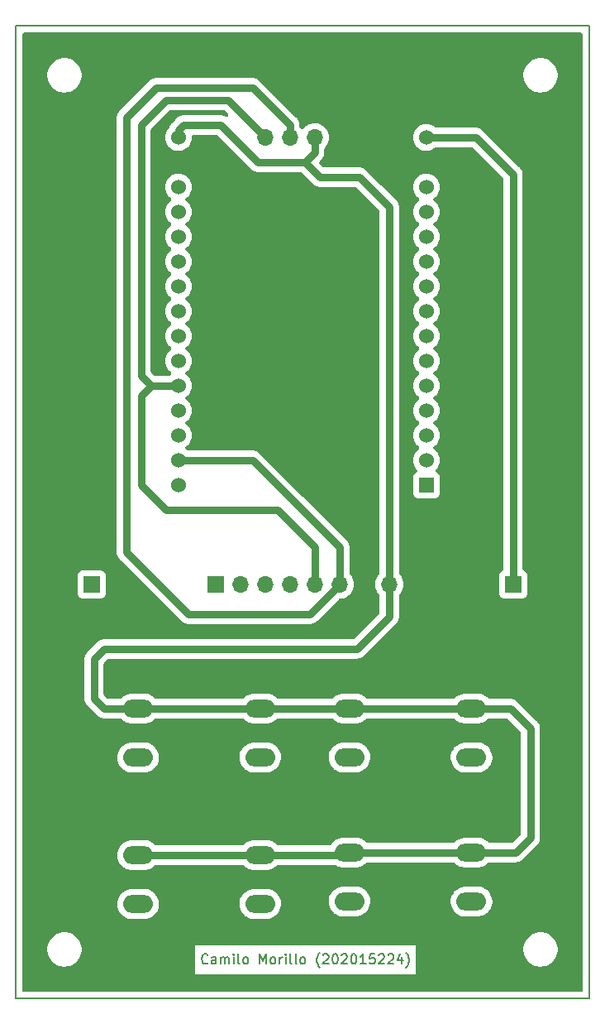
<source format=gtl>
%TF.GenerationSoftware,KiCad,Pcbnew,7.0.9*%
%TF.CreationDate,2023-11-17T12:10:22-05:00*%
%TF.ProjectId,TamagotchiPCB,54616d61-676f-4746-9368-695043422e6b,rev?*%
%TF.SameCoordinates,Original*%
%TF.FileFunction,Copper,L1,Top*%
%TF.FilePolarity,Positive*%
%FSLAX46Y46*%
G04 Gerber Fmt 4.6, Leading zero omitted, Abs format (unit mm)*
G04 Created by KiCad (PCBNEW 7.0.9) date 2023-11-17 12:10:22*
%MOMM*%
%LPD*%
G01*
G04 APERTURE LIST*
%TA.AperFunction,NonConductor*%
%ADD10C,0.200000*%
%TD*%
%ADD11C,0.200000*%
%TA.AperFunction,ComponentPad*%
%ADD12R,1.700000X1.700000*%
%TD*%
%TA.AperFunction,ComponentPad*%
%ADD13O,1.700000X1.700000*%
%TD*%
%TA.AperFunction,ComponentPad*%
%ADD14R,1.524000X1.524000*%
%TD*%
%TA.AperFunction,ComponentPad*%
%ADD15C,1.524000*%
%TD*%
%TA.AperFunction,ComponentPad*%
%ADD16O,3.048000X1.850000*%
%TD*%
%TA.AperFunction,Conductor*%
%ADD17C,0.762000*%
%TD*%
%TA.AperFunction,Profile*%
%ADD18C,0.100000*%
%TD*%
G04 APERTURE END LIST*
D10*
X138240000Y-41910000D02*
X197040000Y-41910000D01*
X197040000Y-141430000D01*
X138240000Y-141430000D01*
X138240000Y-41910000D01*
D11*
D10*
X157941101Y-137771980D02*
X157893482Y-137819600D01*
X157893482Y-137819600D02*
X157750625Y-137867219D01*
X157750625Y-137867219D02*
X157655387Y-137867219D01*
X157655387Y-137867219D02*
X157512530Y-137819600D01*
X157512530Y-137819600D02*
X157417292Y-137724361D01*
X157417292Y-137724361D02*
X157369673Y-137629123D01*
X157369673Y-137629123D02*
X157322054Y-137438647D01*
X157322054Y-137438647D02*
X157322054Y-137295790D01*
X157322054Y-137295790D02*
X157369673Y-137105314D01*
X157369673Y-137105314D02*
X157417292Y-137010076D01*
X157417292Y-137010076D02*
X157512530Y-136914838D01*
X157512530Y-136914838D02*
X157655387Y-136867219D01*
X157655387Y-136867219D02*
X157750625Y-136867219D01*
X157750625Y-136867219D02*
X157893482Y-136914838D01*
X157893482Y-136914838D02*
X157941101Y-136962457D01*
X158798244Y-137867219D02*
X158798244Y-137343409D01*
X158798244Y-137343409D02*
X158750625Y-137248171D01*
X158750625Y-137248171D02*
X158655387Y-137200552D01*
X158655387Y-137200552D02*
X158464911Y-137200552D01*
X158464911Y-137200552D02*
X158369673Y-137248171D01*
X158798244Y-137819600D02*
X158703006Y-137867219D01*
X158703006Y-137867219D02*
X158464911Y-137867219D01*
X158464911Y-137867219D02*
X158369673Y-137819600D01*
X158369673Y-137819600D02*
X158322054Y-137724361D01*
X158322054Y-137724361D02*
X158322054Y-137629123D01*
X158322054Y-137629123D02*
X158369673Y-137533885D01*
X158369673Y-137533885D02*
X158464911Y-137486266D01*
X158464911Y-137486266D02*
X158703006Y-137486266D01*
X158703006Y-137486266D02*
X158798244Y-137438647D01*
X159274435Y-137867219D02*
X159274435Y-137200552D01*
X159274435Y-137295790D02*
X159322054Y-137248171D01*
X159322054Y-137248171D02*
X159417292Y-137200552D01*
X159417292Y-137200552D02*
X159560149Y-137200552D01*
X159560149Y-137200552D02*
X159655387Y-137248171D01*
X159655387Y-137248171D02*
X159703006Y-137343409D01*
X159703006Y-137343409D02*
X159703006Y-137867219D01*
X159703006Y-137343409D02*
X159750625Y-137248171D01*
X159750625Y-137248171D02*
X159845863Y-137200552D01*
X159845863Y-137200552D02*
X159988720Y-137200552D01*
X159988720Y-137200552D02*
X160083959Y-137248171D01*
X160083959Y-137248171D02*
X160131578Y-137343409D01*
X160131578Y-137343409D02*
X160131578Y-137867219D01*
X160607768Y-137867219D02*
X160607768Y-137200552D01*
X160607768Y-136867219D02*
X160560149Y-136914838D01*
X160560149Y-136914838D02*
X160607768Y-136962457D01*
X160607768Y-136962457D02*
X160655387Y-136914838D01*
X160655387Y-136914838D02*
X160607768Y-136867219D01*
X160607768Y-136867219D02*
X160607768Y-136962457D01*
X161226815Y-137867219D02*
X161131577Y-137819600D01*
X161131577Y-137819600D02*
X161083958Y-137724361D01*
X161083958Y-137724361D02*
X161083958Y-136867219D01*
X161750625Y-137867219D02*
X161655387Y-137819600D01*
X161655387Y-137819600D02*
X161607768Y-137771980D01*
X161607768Y-137771980D02*
X161560149Y-137676742D01*
X161560149Y-137676742D02*
X161560149Y-137391028D01*
X161560149Y-137391028D02*
X161607768Y-137295790D01*
X161607768Y-137295790D02*
X161655387Y-137248171D01*
X161655387Y-137248171D02*
X161750625Y-137200552D01*
X161750625Y-137200552D02*
X161893482Y-137200552D01*
X161893482Y-137200552D02*
X161988720Y-137248171D01*
X161988720Y-137248171D02*
X162036339Y-137295790D01*
X162036339Y-137295790D02*
X162083958Y-137391028D01*
X162083958Y-137391028D02*
X162083958Y-137676742D01*
X162083958Y-137676742D02*
X162036339Y-137771980D01*
X162036339Y-137771980D02*
X161988720Y-137819600D01*
X161988720Y-137819600D02*
X161893482Y-137867219D01*
X161893482Y-137867219D02*
X161750625Y-137867219D01*
X163274435Y-137867219D02*
X163274435Y-136867219D01*
X163274435Y-136867219D02*
X163607768Y-137581504D01*
X163607768Y-137581504D02*
X163941101Y-136867219D01*
X163941101Y-136867219D02*
X163941101Y-137867219D01*
X164560149Y-137867219D02*
X164464911Y-137819600D01*
X164464911Y-137819600D02*
X164417292Y-137771980D01*
X164417292Y-137771980D02*
X164369673Y-137676742D01*
X164369673Y-137676742D02*
X164369673Y-137391028D01*
X164369673Y-137391028D02*
X164417292Y-137295790D01*
X164417292Y-137295790D02*
X164464911Y-137248171D01*
X164464911Y-137248171D02*
X164560149Y-137200552D01*
X164560149Y-137200552D02*
X164703006Y-137200552D01*
X164703006Y-137200552D02*
X164798244Y-137248171D01*
X164798244Y-137248171D02*
X164845863Y-137295790D01*
X164845863Y-137295790D02*
X164893482Y-137391028D01*
X164893482Y-137391028D02*
X164893482Y-137676742D01*
X164893482Y-137676742D02*
X164845863Y-137771980D01*
X164845863Y-137771980D02*
X164798244Y-137819600D01*
X164798244Y-137819600D02*
X164703006Y-137867219D01*
X164703006Y-137867219D02*
X164560149Y-137867219D01*
X165322054Y-137867219D02*
X165322054Y-137200552D01*
X165322054Y-137391028D02*
X165369673Y-137295790D01*
X165369673Y-137295790D02*
X165417292Y-137248171D01*
X165417292Y-137248171D02*
X165512530Y-137200552D01*
X165512530Y-137200552D02*
X165607768Y-137200552D01*
X165941102Y-137867219D02*
X165941102Y-137200552D01*
X165941102Y-136867219D02*
X165893483Y-136914838D01*
X165893483Y-136914838D02*
X165941102Y-136962457D01*
X165941102Y-136962457D02*
X165988721Y-136914838D01*
X165988721Y-136914838D02*
X165941102Y-136867219D01*
X165941102Y-136867219D02*
X165941102Y-136962457D01*
X166560149Y-137867219D02*
X166464911Y-137819600D01*
X166464911Y-137819600D02*
X166417292Y-137724361D01*
X166417292Y-137724361D02*
X166417292Y-136867219D01*
X167083959Y-137867219D02*
X166988721Y-137819600D01*
X166988721Y-137819600D02*
X166941102Y-137724361D01*
X166941102Y-137724361D02*
X166941102Y-136867219D01*
X167607769Y-137867219D02*
X167512531Y-137819600D01*
X167512531Y-137819600D02*
X167464912Y-137771980D01*
X167464912Y-137771980D02*
X167417293Y-137676742D01*
X167417293Y-137676742D02*
X167417293Y-137391028D01*
X167417293Y-137391028D02*
X167464912Y-137295790D01*
X167464912Y-137295790D02*
X167512531Y-137248171D01*
X167512531Y-137248171D02*
X167607769Y-137200552D01*
X167607769Y-137200552D02*
X167750626Y-137200552D01*
X167750626Y-137200552D02*
X167845864Y-137248171D01*
X167845864Y-137248171D02*
X167893483Y-137295790D01*
X167893483Y-137295790D02*
X167941102Y-137391028D01*
X167941102Y-137391028D02*
X167941102Y-137676742D01*
X167941102Y-137676742D02*
X167893483Y-137771980D01*
X167893483Y-137771980D02*
X167845864Y-137819600D01*
X167845864Y-137819600D02*
X167750626Y-137867219D01*
X167750626Y-137867219D02*
X167607769Y-137867219D01*
X169417293Y-138248171D02*
X169369674Y-138200552D01*
X169369674Y-138200552D02*
X169274436Y-138057695D01*
X169274436Y-138057695D02*
X169226817Y-137962457D01*
X169226817Y-137962457D02*
X169179198Y-137819600D01*
X169179198Y-137819600D02*
X169131579Y-137581504D01*
X169131579Y-137581504D02*
X169131579Y-137391028D01*
X169131579Y-137391028D02*
X169179198Y-137152933D01*
X169179198Y-137152933D02*
X169226817Y-137010076D01*
X169226817Y-137010076D02*
X169274436Y-136914838D01*
X169274436Y-136914838D02*
X169369674Y-136771980D01*
X169369674Y-136771980D02*
X169417293Y-136724361D01*
X169750627Y-136962457D02*
X169798246Y-136914838D01*
X169798246Y-136914838D02*
X169893484Y-136867219D01*
X169893484Y-136867219D02*
X170131579Y-136867219D01*
X170131579Y-136867219D02*
X170226817Y-136914838D01*
X170226817Y-136914838D02*
X170274436Y-136962457D01*
X170274436Y-136962457D02*
X170322055Y-137057695D01*
X170322055Y-137057695D02*
X170322055Y-137152933D01*
X170322055Y-137152933D02*
X170274436Y-137295790D01*
X170274436Y-137295790D02*
X169703008Y-137867219D01*
X169703008Y-137867219D02*
X170322055Y-137867219D01*
X170941103Y-136867219D02*
X171036341Y-136867219D01*
X171036341Y-136867219D02*
X171131579Y-136914838D01*
X171131579Y-136914838D02*
X171179198Y-136962457D01*
X171179198Y-136962457D02*
X171226817Y-137057695D01*
X171226817Y-137057695D02*
X171274436Y-137248171D01*
X171274436Y-137248171D02*
X171274436Y-137486266D01*
X171274436Y-137486266D02*
X171226817Y-137676742D01*
X171226817Y-137676742D02*
X171179198Y-137771980D01*
X171179198Y-137771980D02*
X171131579Y-137819600D01*
X171131579Y-137819600D02*
X171036341Y-137867219D01*
X171036341Y-137867219D02*
X170941103Y-137867219D01*
X170941103Y-137867219D02*
X170845865Y-137819600D01*
X170845865Y-137819600D02*
X170798246Y-137771980D01*
X170798246Y-137771980D02*
X170750627Y-137676742D01*
X170750627Y-137676742D02*
X170703008Y-137486266D01*
X170703008Y-137486266D02*
X170703008Y-137248171D01*
X170703008Y-137248171D02*
X170750627Y-137057695D01*
X170750627Y-137057695D02*
X170798246Y-136962457D01*
X170798246Y-136962457D02*
X170845865Y-136914838D01*
X170845865Y-136914838D02*
X170941103Y-136867219D01*
X171655389Y-136962457D02*
X171703008Y-136914838D01*
X171703008Y-136914838D02*
X171798246Y-136867219D01*
X171798246Y-136867219D02*
X172036341Y-136867219D01*
X172036341Y-136867219D02*
X172131579Y-136914838D01*
X172131579Y-136914838D02*
X172179198Y-136962457D01*
X172179198Y-136962457D02*
X172226817Y-137057695D01*
X172226817Y-137057695D02*
X172226817Y-137152933D01*
X172226817Y-137152933D02*
X172179198Y-137295790D01*
X172179198Y-137295790D02*
X171607770Y-137867219D01*
X171607770Y-137867219D02*
X172226817Y-137867219D01*
X172845865Y-136867219D02*
X172941103Y-136867219D01*
X172941103Y-136867219D02*
X173036341Y-136914838D01*
X173036341Y-136914838D02*
X173083960Y-136962457D01*
X173083960Y-136962457D02*
X173131579Y-137057695D01*
X173131579Y-137057695D02*
X173179198Y-137248171D01*
X173179198Y-137248171D02*
X173179198Y-137486266D01*
X173179198Y-137486266D02*
X173131579Y-137676742D01*
X173131579Y-137676742D02*
X173083960Y-137771980D01*
X173083960Y-137771980D02*
X173036341Y-137819600D01*
X173036341Y-137819600D02*
X172941103Y-137867219D01*
X172941103Y-137867219D02*
X172845865Y-137867219D01*
X172845865Y-137867219D02*
X172750627Y-137819600D01*
X172750627Y-137819600D02*
X172703008Y-137771980D01*
X172703008Y-137771980D02*
X172655389Y-137676742D01*
X172655389Y-137676742D02*
X172607770Y-137486266D01*
X172607770Y-137486266D02*
X172607770Y-137248171D01*
X172607770Y-137248171D02*
X172655389Y-137057695D01*
X172655389Y-137057695D02*
X172703008Y-136962457D01*
X172703008Y-136962457D02*
X172750627Y-136914838D01*
X172750627Y-136914838D02*
X172845865Y-136867219D01*
X174131579Y-137867219D02*
X173560151Y-137867219D01*
X173845865Y-137867219D02*
X173845865Y-136867219D01*
X173845865Y-136867219D02*
X173750627Y-137010076D01*
X173750627Y-137010076D02*
X173655389Y-137105314D01*
X173655389Y-137105314D02*
X173560151Y-137152933D01*
X175036341Y-136867219D02*
X174560151Y-136867219D01*
X174560151Y-136867219D02*
X174512532Y-137343409D01*
X174512532Y-137343409D02*
X174560151Y-137295790D01*
X174560151Y-137295790D02*
X174655389Y-137248171D01*
X174655389Y-137248171D02*
X174893484Y-137248171D01*
X174893484Y-137248171D02*
X174988722Y-137295790D01*
X174988722Y-137295790D02*
X175036341Y-137343409D01*
X175036341Y-137343409D02*
X175083960Y-137438647D01*
X175083960Y-137438647D02*
X175083960Y-137676742D01*
X175083960Y-137676742D02*
X175036341Y-137771980D01*
X175036341Y-137771980D02*
X174988722Y-137819600D01*
X174988722Y-137819600D02*
X174893484Y-137867219D01*
X174893484Y-137867219D02*
X174655389Y-137867219D01*
X174655389Y-137867219D02*
X174560151Y-137819600D01*
X174560151Y-137819600D02*
X174512532Y-137771980D01*
X175464913Y-136962457D02*
X175512532Y-136914838D01*
X175512532Y-136914838D02*
X175607770Y-136867219D01*
X175607770Y-136867219D02*
X175845865Y-136867219D01*
X175845865Y-136867219D02*
X175941103Y-136914838D01*
X175941103Y-136914838D02*
X175988722Y-136962457D01*
X175988722Y-136962457D02*
X176036341Y-137057695D01*
X176036341Y-137057695D02*
X176036341Y-137152933D01*
X176036341Y-137152933D02*
X175988722Y-137295790D01*
X175988722Y-137295790D02*
X175417294Y-137867219D01*
X175417294Y-137867219D02*
X176036341Y-137867219D01*
X176417294Y-136962457D02*
X176464913Y-136914838D01*
X176464913Y-136914838D02*
X176560151Y-136867219D01*
X176560151Y-136867219D02*
X176798246Y-136867219D01*
X176798246Y-136867219D02*
X176893484Y-136914838D01*
X176893484Y-136914838D02*
X176941103Y-136962457D01*
X176941103Y-136962457D02*
X176988722Y-137057695D01*
X176988722Y-137057695D02*
X176988722Y-137152933D01*
X176988722Y-137152933D02*
X176941103Y-137295790D01*
X176941103Y-137295790D02*
X176369675Y-137867219D01*
X176369675Y-137867219D02*
X176988722Y-137867219D01*
X177845865Y-137200552D02*
X177845865Y-137867219D01*
X177607770Y-136819600D02*
X177369675Y-137533885D01*
X177369675Y-137533885D02*
X177988722Y-137533885D01*
X178274437Y-138248171D02*
X178322056Y-138200552D01*
X178322056Y-138200552D02*
X178417294Y-138057695D01*
X178417294Y-138057695D02*
X178464913Y-137962457D01*
X178464913Y-137962457D02*
X178512532Y-137819600D01*
X178512532Y-137819600D02*
X178560151Y-137581504D01*
X178560151Y-137581504D02*
X178560151Y-137391028D01*
X178560151Y-137391028D02*
X178512532Y-137152933D01*
X178512532Y-137152933D02*
X178464913Y-137010076D01*
X178464913Y-137010076D02*
X178417294Y-136914838D01*
X178417294Y-136914838D02*
X178322056Y-136771980D01*
X178322056Y-136771980D02*
X178274437Y-136724361D01*
D12*
%TO.P,Buzzer1,1,Pin_1*%
%TO.N,Buzzer*%
X146050000Y-99060000D03*
D13*
%TO.P,Buzzer1,2,Pin_2*%
%TO.N,GND*%
X146050000Y-101600000D03*
%TD*%
D14*
%TO.P,U1,1,EN*%
%TO.N,unconnected-(U1-EN-Pad1)*%
X180340000Y-88900000D03*
D15*
%TO.P,U1,2,SENSOR_VP*%
%TO.N,unconnected-(U1-SENSOR_VP-Pad2)*%
X180340000Y-86360000D03*
%TO.P,U1,3,SENSOR_VN*%
%TO.N,unconnected-(U1-SENSOR_VN-Pad3)*%
X180340000Y-83820000D03*
%TO.P,U1,4,IO34*%
%TO.N,unconnected-(U1-IO34-Pad4)*%
X180340000Y-81280000D03*
%TO.P,U1,5,IO35*%
%TO.N,unconnected-(U1-IO35-Pad5)*%
X180340000Y-78740000D03*
%TO.P,U1,6,IO32*%
%TO.N,unconnected-(U1-IO32-Pad6)*%
X180340000Y-76200000D03*
%TO.P,U1,7,IO33*%
%TO.N,unconnected-(U1-IO33-Pad7)*%
X180340000Y-73660000D03*
%TO.P,U1,8,IO25*%
%TO.N,unconnected-(U1-IO25-Pad8)*%
X180340000Y-71120000D03*
%TO.P,U1,9,IO26*%
%TO.N,unconnected-(U1-IO26-Pad9)*%
X180340000Y-68580000D03*
%TO.P,U1,10,IO27*%
%TO.N,unconnected-(U1-IO27-Pad10)*%
X180340000Y-66040000D03*
%TO.P,U1,11,IO14*%
%TO.N,unconnected-(U1-IO14-Pad11)*%
X180340000Y-63500000D03*
%TO.P,U1,12,IO12*%
%TO.N,unconnected-(U1-IO12-Pad12)*%
X180340000Y-60960000D03*
%TO.P,U1,13,IO13*%
%TO.N,unconnected-(U1-IO13-Pad13)*%
X180340000Y-58420000D03*
%TO.P,U1,14,GND*%
%TO.N,GND*%
X180340000Y-55880000D03*
%TO.P,U1,15,VIN*%
%TO.N,Battery+*%
X180340000Y-53340000D03*
%TO.P,U1,16,3V3*%
%TO.N,3.3V*%
X154940000Y-53340000D03*
%TO.P,U1,17,GND*%
%TO.N,GND*%
X154940000Y-55880000D03*
%TO.P,U1,18,IO15*%
%TO.N,unconnected-(U1-IO15-Pad18)*%
X154940000Y-58420000D03*
%TO.P,U1,19,IO2*%
%TO.N,unconnected-(U1-IO2-Pad19)*%
X154940000Y-60960000D03*
%TO.P,U1,20,IO4*%
%TO.N,Left*%
X154940000Y-63500000D03*
%TO.P,U1,21,IO16*%
%TO.N,unconnected-(U1-IO16-Pad21)*%
X154940000Y-66040000D03*
%TO.P,U1,22,IO17*%
%TO.N,Buzzer*%
X154940000Y-68580000D03*
%TO.P,U1,23,IO5*%
%TO.N,unconnected-(U1-IO5-Pad23)*%
X154940000Y-71120000D03*
%TO.P,U1,24,IO18*%
%TO.N,Back*%
X154940000Y-73660000D03*
%TO.P,U1,25,IO19*%
%TO.N,Right*%
X154940000Y-76200000D03*
%TO.P,U1,26,IO21*%
%TO.N,SDA*%
X154940000Y-78740000D03*
%TO.P,U1,27,RXD0/IO3*%
%TO.N,unconnected-(U1-RXD0{slash}IO3-Pad27)*%
X154940000Y-81280000D03*
%TO.P,U1,28,TXD0/IO1*%
%TO.N,unconnected-(U1-TXD0{slash}IO1-Pad28)*%
X154940000Y-83820000D03*
%TO.P,U1,29,IO22*%
%TO.N,SCL*%
X154940000Y-86360000D03*
%TO.P,U1,30,IO23*%
%TO.N,Enter*%
X154940000Y-88900000D03*
%TD*%
D12*
%TO.P,MPU6050,1,Pin_1*%
%TO.N,unconnected-(MPU6050-Pin_1-Pad1)*%
X158765000Y-99060000D03*
D13*
%TO.P,MPU6050,2,Pin_2*%
%TO.N,unconnected-(MPU6050-Pin_2-Pad2)*%
X161305000Y-99060000D03*
%TO.P,MPU6050,3,Pin_3*%
%TO.N,unconnected-(MPU6050-Pin_3-Pad3)*%
X163845000Y-99060000D03*
%TO.P,MPU6050,4,Pin_4*%
%TO.N,unconnected-(MPU6050-Pin_4-Pad4)*%
X166385000Y-99060000D03*
%TO.P,MPU6050,5,Pin_5*%
%TO.N,SDA*%
X168925000Y-99060000D03*
%TO.P,MPU6050,6,Pin_6*%
%TO.N,SCL*%
X171465000Y-99060000D03*
%TO.P,MPU6050,7,Pin_7*%
%TO.N,GND*%
X174005000Y-99060000D03*
%TO.P,MPU6050,8,Pin_8*%
%TO.N,3.3V*%
X176545000Y-99060000D03*
%TD*%
%TO.P,Battery1,2,Pin_2*%
%TO.N,GND*%
X189230000Y-101600000D03*
D12*
%TO.P,Battery1,1,Pin_1*%
%TO.N,Battery+*%
X189230000Y-99060000D03*
%TD*%
D16*
%TO.P,Left1,1,1*%
%TO.N,3.3V*%
X184966000Y-111760000D03*
X172466000Y-111760000D03*
%TO.P,Left1,2,2*%
%TO.N,Left*%
X184966000Y-116760000D03*
X172466000Y-116760000D03*
%TD*%
%TO.P,Back1,1,1*%
%TO.N,3.3V*%
X184966000Y-126492000D03*
X172466000Y-126492000D03*
%TO.P,Back1,2,2*%
%TO.N,Back*%
X184966000Y-131492000D03*
X172466000Y-131492000D03*
%TD*%
%TO.P,Right1,1,1*%
%TO.N,3.3V*%
X163322000Y-111760000D03*
X150822000Y-111760000D03*
%TO.P,Right1,2,2*%
%TO.N,Right*%
X163322000Y-116760000D03*
X150822000Y-116760000D03*
%TD*%
D12*
%TO.P,OLED_Screen1,1,Pin_1*%
%TO.N,GND*%
X171440000Y-53340000D03*
D13*
%TO.P,OLED_Screen1,2,Pin_2*%
%TO.N,3.3V*%
X168900000Y-53340000D03*
%TO.P,OLED_Screen1,3,Pin_3*%
%TO.N,SCL*%
X166360000Y-53340000D03*
%TO.P,OLED_Screen1,4,Pin_4*%
%TO.N,SDA*%
X163820000Y-53340000D03*
%TD*%
D16*
%TO.P,Enter1,1,1*%
%TO.N,3.3V*%
X163322000Y-126746000D03*
X150822000Y-126746000D03*
%TO.P,Enter1,2,2*%
%TO.N,Enter*%
X163322000Y-131746000D03*
X150822000Y-131746000D03*
%TD*%
D17*
%TO.N,SCL*%
X171465000Y-99060000D02*
X168417000Y-102108000D01*
X162560000Y-48260000D02*
X166360000Y-52060000D01*
X168417000Y-102108000D02*
X155956000Y-102108000D01*
X155956000Y-102108000D02*
X149606000Y-95758000D01*
X149606000Y-95758000D02*
X149606000Y-51308000D01*
X149606000Y-51308000D02*
X152654000Y-48260000D01*
X152654000Y-48260000D02*
X162560000Y-48260000D01*
X166360000Y-52060000D02*
X166360000Y-53340000D01*
%TO.N,3.3V*%
X163322000Y-126746000D02*
X150822000Y-126746000D01*
X172212000Y-126746000D02*
X172466000Y-126492000D01*
X163322000Y-126746000D02*
X172212000Y-126746000D01*
X184966000Y-126492000D02*
X172466000Y-126492000D01*
X189484000Y-126492000D02*
X184966000Y-126492000D01*
X191008000Y-124968000D02*
X189484000Y-126492000D01*
X191008000Y-113792000D02*
X191008000Y-124968000D01*
X188976000Y-111760000D02*
X191008000Y-113792000D01*
X184966000Y-111760000D02*
X188976000Y-111760000D01*
X172466000Y-111760000D02*
X184966000Y-111760000D01*
X163322000Y-111760000D02*
X172466000Y-111760000D01*
X150822000Y-111760000D02*
X163322000Y-111760000D01*
X146304000Y-110744000D02*
X147320000Y-111760000D01*
X147320000Y-105664000D02*
X146304000Y-106680000D01*
X147320000Y-111760000D02*
X150822000Y-111760000D01*
X176545000Y-102347000D02*
X173228000Y-105664000D01*
X146304000Y-106680000D02*
X146304000Y-110744000D01*
X176545000Y-99060000D02*
X176545000Y-102347000D01*
X173228000Y-105664000D02*
X147320000Y-105664000D01*
X173482000Y-57404000D02*
X169418000Y-57404000D01*
X169418000Y-57404000D02*
X167894000Y-55880000D01*
%TO.N,SDA*%
X151130000Y-77724000D02*
X152146000Y-78740000D01*
X151130000Y-52070000D02*
X151130000Y-77724000D01*
X153670000Y-49530000D02*
X151130000Y-52070000D01*
X160010000Y-49530000D02*
X153670000Y-49530000D01*
X163820000Y-53340000D02*
X160010000Y-49530000D01*
X152146000Y-78740000D02*
X154940000Y-78740000D01*
X151130000Y-79756000D02*
X152146000Y-78740000D01*
X151130000Y-88900000D02*
X151130000Y-79756000D01*
X165107500Y-91440000D02*
X153670000Y-91440000D01*
X168925000Y-95257500D02*
X165107500Y-91440000D01*
X168925000Y-99060000D02*
X168925000Y-95257500D01*
X153670000Y-91440000D02*
X151130000Y-88900000D01*
%TO.N,3.3V*%
X176545000Y-99060000D02*
X176545000Y-60467000D01*
X154940000Y-52578000D02*
X155448000Y-52070000D01*
X155448000Y-52070000D02*
X159258000Y-52070000D01*
X154940000Y-53340000D02*
X154940000Y-52578000D01*
X163068000Y-55880000D02*
X167894000Y-55880000D01*
X159258000Y-52070000D02*
X163068000Y-55880000D01*
X176545000Y-60467000D02*
X173482000Y-57404000D01*
X168900000Y-54874000D02*
X168900000Y-53340000D01*
X167894000Y-55880000D02*
X168900000Y-54874000D01*
%TO.N,Battery+*%
X189230000Y-57150000D02*
X185420000Y-53340000D01*
X185420000Y-53340000D02*
X180340000Y-53340000D01*
X189230000Y-99060000D02*
X189230000Y-57150000D01*
%TO.N,SCL*%
X162560000Y-86360000D02*
X154940000Y-86360000D01*
X171465000Y-95265000D02*
X162560000Y-86360000D01*
X171465000Y-99060000D02*
X171465000Y-95265000D01*
%TD*%
%TA.AperFunction,Conductor*%
%TO.N,GND*%
G36*
X196226843Y-42630207D02*
G01*
X196296084Y-42685426D01*
X196334511Y-42765218D01*
X196339500Y-42809500D01*
X196339500Y-140530500D01*
X196319793Y-140616843D01*
X196264574Y-140686084D01*
X196184782Y-140724511D01*
X196140500Y-140729500D01*
X139139500Y-140729500D01*
X139053157Y-140709793D01*
X138983916Y-140654574D01*
X138945489Y-140574782D01*
X138940500Y-140530500D01*
X138940500Y-136529183D01*
X141505500Y-136529183D01*
X141544603Y-136788608D01*
X141544606Y-136788623D01*
X141621938Y-137039327D01*
X141735772Y-137275703D01*
X141735776Y-137275711D01*
X141883564Y-137492476D01*
X142062015Y-137684801D01*
X142062021Y-137684807D01*
X142164581Y-137766595D01*
X142267141Y-137848384D01*
X142267141Y-137848385D01*
X142494359Y-137979569D01*
X142537585Y-137996533D01*
X142738584Y-138075420D01*
X142994370Y-138133802D01*
X143131710Y-138144093D01*
X143190502Y-138148500D01*
X143190506Y-138148500D01*
X143321498Y-138148500D01*
X143376191Y-138144401D01*
X143517630Y-138133802D01*
X143773416Y-138075420D01*
X144017643Y-137979568D01*
X144244857Y-137848386D01*
X144449981Y-137684805D01*
X144628433Y-137492479D01*
X144776228Y-137275704D01*
X144890063Y-137039323D01*
X144967396Y-136788615D01*
X145006500Y-136529182D01*
X145006500Y-136266818D01*
X144969299Y-136020010D01*
X156620698Y-136020010D01*
X156620698Y-138952522D01*
X179261815Y-138952522D01*
X179261815Y-136529183D01*
X190273500Y-136529183D01*
X190312603Y-136788608D01*
X190312606Y-136788623D01*
X190389938Y-137039327D01*
X190503772Y-137275703D01*
X190503776Y-137275711D01*
X190651564Y-137492476D01*
X190830015Y-137684801D01*
X190830021Y-137684807D01*
X190932581Y-137766595D01*
X191035141Y-137848384D01*
X191035141Y-137848385D01*
X191262359Y-137979569D01*
X191305585Y-137996533D01*
X191506584Y-138075420D01*
X191762370Y-138133802D01*
X191899710Y-138144093D01*
X191958502Y-138148500D01*
X191958506Y-138148500D01*
X192089498Y-138148500D01*
X192144191Y-138144401D01*
X192285630Y-138133802D01*
X192541416Y-138075420D01*
X192785643Y-137979568D01*
X193012857Y-137848386D01*
X193217981Y-137684805D01*
X193396433Y-137492479D01*
X193544228Y-137275704D01*
X193658063Y-137039323D01*
X193735396Y-136788615D01*
X193774500Y-136529182D01*
X193774500Y-136266818D01*
X193735396Y-136007385D01*
X193658063Y-135756677D01*
X193544228Y-135520296D01*
X193544223Y-135520288D01*
X193396435Y-135303523D01*
X193217984Y-135111198D01*
X193217978Y-135111192D01*
X193012858Y-134947615D01*
X193012858Y-134947614D01*
X192785640Y-134816430D01*
X192620301Y-134751540D01*
X192541416Y-134720580D01*
X192477469Y-134705984D01*
X192285633Y-134662198D01*
X192089498Y-134647500D01*
X192089494Y-134647500D01*
X191958506Y-134647500D01*
X191958502Y-134647500D01*
X191762366Y-134662198D01*
X191506584Y-134720580D01*
X191262360Y-134816430D01*
X191262359Y-134816430D01*
X191035141Y-134947614D01*
X191035141Y-134947615D01*
X190830021Y-135111192D01*
X190830015Y-135111198D01*
X190651564Y-135303523D01*
X190503776Y-135520288D01*
X190503772Y-135520296D01*
X190389938Y-135756672D01*
X190312606Y-136007376D01*
X190312603Y-136007391D01*
X190273500Y-136266816D01*
X190273500Y-136529183D01*
X179261815Y-136529183D01*
X179261815Y-136020010D01*
X156620698Y-136020010D01*
X144969299Y-136020010D01*
X144967396Y-136007385D01*
X144890063Y-135756677D01*
X144776228Y-135520296D01*
X144776223Y-135520288D01*
X144628435Y-135303523D01*
X144449984Y-135111198D01*
X144449978Y-135111192D01*
X144244858Y-134947615D01*
X144244858Y-134947614D01*
X144017640Y-134816430D01*
X143852301Y-134751540D01*
X143773416Y-134720580D01*
X143709469Y-134705984D01*
X143517633Y-134662198D01*
X143321498Y-134647500D01*
X143321494Y-134647500D01*
X143190506Y-134647500D01*
X143190502Y-134647500D01*
X142994366Y-134662198D01*
X142738584Y-134720580D01*
X142494360Y-134816430D01*
X142494359Y-134816430D01*
X142267141Y-134947614D01*
X142267141Y-134947615D01*
X142062021Y-135111192D01*
X142062015Y-135111198D01*
X141883564Y-135303523D01*
X141735776Y-135520288D01*
X141735772Y-135520296D01*
X141621938Y-135756672D01*
X141544606Y-136007376D01*
X141544603Y-136007391D01*
X141505500Y-136266816D01*
X141505500Y-136529183D01*
X138940500Y-136529183D01*
X138940500Y-131807626D01*
X148693778Y-131807626D01*
X148723467Y-132052133D01*
X148782874Y-132257231D01*
X148791992Y-132288710D01*
X148897580Y-132511231D01*
X149037496Y-132713934D01*
X149208115Y-132891568D01*
X149208117Y-132891569D01*
X149208117Y-132891570D01*
X149339385Y-132990210D01*
X149405020Y-133039532D01*
X149623110Y-133153994D01*
X149856736Y-133231991D01*
X149856734Y-133231991D01*
X149978292Y-133251745D01*
X150099849Y-133271500D01*
X150099851Y-133271500D01*
X151482476Y-133271500D01*
X151482478Y-133271500D01*
X151666504Y-133256644D01*
X151666512Y-133256641D01*
X151666517Y-133256641D01*
X151774870Y-133229934D01*
X151905649Y-133197700D01*
X152132242Y-133101158D01*
X152340414Y-132969518D01*
X152524774Y-132806189D01*
X152680546Y-132615402D01*
X152803697Y-132402098D01*
X152891037Y-132171802D01*
X152940304Y-131930477D01*
X152945255Y-131807626D01*
X161193778Y-131807626D01*
X161223467Y-132052133D01*
X161282874Y-132257231D01*
X161291992Y-132288710D01*
X161397580Y-132511231D01*
X161537496Y-132713934D01*
X161708115Y-132891568D01*
X161708117Y-132891569D01*
X161708117Y-132891570D01*
X161839385Y-132990210D01*
X161905020Y-133039532D01*
X162123110Y-133153994D01*
X162356736Y-133231991D01*
X162356734Y-133231991D01*
X162478292Y-133251745D01*
X162599849Y-133271500D01*
X162599851Y-133271500D01*
X163982476Y-133271500D01*
X163982478Y-133271500D01*
X164166504Y-133256644D01*
X164166512Y-133256641D01*
X164166517Y-133256641D01*
X164274870Y-133229934D01*
X164405649Y-133197700D01*
X164632242Y-133101158D01*
X164840414Y-132969518D01*
X165024774Y-132806189D01*
X165180546Y-132615402D01*
X165303697Y-132402098D01*
X165391037Y-132171802D01*
X165440304Y-131930477D01*
X165450222Y-131684374D01*
X165434346Y-131553626D01*
X170337778Y-131553626D01*
X170367467Y-131798133D01*
X170405801Y-131930477D01*
X170435992Y-132034710D01*
X170541580Y-132257231D01*
X170681496Y-132459934D01*
X170852115Y-132637568D01*
X170852117Y-132637569D01*
X170852117Y-132637570D01*
X170983385Y-132736210D01*
X171049020Y-132785532D01*
X171267110Y-132899994D01*
X171500736Y-132977991D01*
X171500734Y-132977991D01*
X171622292Y-132997745D01*
X171743849Y-133017500D01*
X171743851Y-133017500D01*
X173126476Y-133017500D01*
X173126478Y-133017500D01*
X173310504Y-133002644D01*
X173310512Y-133002641D01*
X173310517Y-133002641D01*
X173444905Y-132969517D01*
X173549649Y-132943700D01*
X173776242Y-132847158D01*
X173984414Y-132715518D01*
X174168774Y-132552189D01*
X174324546Y-132361402D01*
X174447697Y-132148098D01*
X174535037Y-131917802D01*
X174584304Y-131676477D01*
X174589255Y-131553626D01*
X182837778Y-131553626D01*
X182867467Y-131798133D01*
X182905801Y-131930477D01*
X182935992Y-132034710D01*
X183041580Y-132257231D01*
X183181496Y-132459934D01*
X183352115Y-132637568D01*
X183352117Y-132637569D01*
X183352117Y-132637570D01*
X183483385Y-132736210D01*
X183549020Y-132785532D01*
X183767110Y-132899994D01*
X184000736Y-132977991D01*
X184000734Y-132977991D01*
X184122292Y-132997745D01*
X184243849Y-133017500D01*
X184243851Y-133017500D01*
X185626476Y-133017500D01*
X185626478Y-133017500D01*
X185810504Y-133002644D01*
X185810512Y-133002641D01*
X185810517Y-133002641D01*
X185944905Y-132969517D01*
X186049649Y-132943700D01*
X186276242Y-132847158D01*
X186484414Y-132715518D01*
X186668774Y-132552189D01*
X186824546Y-132361402D01*
X186947697Y-132148098D01*
X187035037Y-131917802D01*
X187084304Y-131676477D01*
X187094222Y-131430374D01*
X187064533Y-131185868D01*
X186996008Y-130949290D01*
X186890420Y-130726769D01*
X186750504Y-130524066D01*
X186579885Y-130346432D01*
X186579882Y-130346429D01*
X186382980Y-130198468D01*
X186164888Y-130084005D01*
X185931262Y-130006008D01*
X185931265Y-130006008D01*
X185741269Y-129975132D01*
X185688151Y-129966500D01*
X184305522Y-129966500D01*
X184244180Y-129971452D01*
X184121492Y-129981356D01*
X184121482Y-129981358D01*
X183882351Y-130040299D01*
X183655763Y-130136839D01*
X183655758Y-130136841D01*
X183447589Y-130268479D01*
X183447586Y-130268482D01*
X183263230Y-130431806D01*
X183263223Y-130431813D01*
X183107455Y-130622597D01*
X183107451Y-130622603D01*
X182984304Y-130835898D01*
X182896962Y-131066199D01*
X182847696Y-131307522D01*
X182847696Y-131307523D01*
X182837778Y-131553624D01*
X182837778Y-131553626D01*
X174589255Y-131553626D01*
X174594222Y-131430374D01*
X174564533Y-131185868D01*
X174496008Y-130949290D01*
X174390420Y-130726769D01*
X174250504Y-130524066D01*
X174079885Y-130346432D01*
X174079882Y-130346429D01*
X173882980Y-130198468D01*
X173664888Y-130084005D01*
X173431262Y-130006008D01*
X173431265Y-130006008D01*
X173241269Y-129975132D01*
X173188151Y-129966500D01*
X171805522Y-129966500D01*
X171744180Y-129971452D01*
X171621492Y-129981356D01*
X171621482Y-129981358D01*
X171382351Y-130040299D01*
X171155763Y-130136839D01*
X171155758Y-130136841D01*
X170947589Y-130268479D01*
X170947586Y-130268482D01*
X170763230Y-130431806D01*
X170763223Y-130431813D01*
X170607455Y-130622597D01*
X170607451Y-130622603D01*
X170484304Y-130835898D01*
X170396962Y-131066199D01*
X170347696Y-131307522D01*
X170347696Y-131307523D01*
X170337778Y-131553624D01*
X170337778Y-131553626D01*
X165434346Y-131553626D01*
X165420533Y-131439868D01*
X165352008Y-131203290D01*
X165246420Y-130980769D01*
X165106504Y-130778066D01*
X164935885Y-130600432D01*
X164935882Y-130600429D01*
X164738980Y-130452468D01*
X164520888Y-130338005D01*
X164287262Y-130260008D01*
X164287265Y-130260008D01*
X164097269Y-130229132D01*
X164044151Y-130220500D01*
X162661522Y-130220500D01*
X162600180Y-130225452D01*
X162477492Y-130235356D01*
X162477482Y-130235358D01*
X162238351Y-130294299D01*
X162011763Y-130390839D01*
X162011758Y-130390841D01*
X161803589Y-130522479D01*
X161803586Y-130522482D01*
X161619230Y-130685806D01*
X161619223Y-130685813D01*
X161463455Y-130876597D01*
X161463451Y-130876603D01*
X161340304Y-131089898D01*
X161252962Y-131320199D01*
X161203696Y-131561522D01*
X161203696Y-131561523D01*
X161193778Y-131807624D01*
X161193778Y-131807626D01*
X152945255Y-131807626D01*
X152950222Y-131684374D01*
X152920533Y-131439868D01*
X152852008Y-131203290D01*
X152746420Y-130980769D01*
X152606504Y-130778066D01*
X152435885Y-130600432D01*
X152435882Y-130600429D01*
X152238980Y-130452468D01*
X152020888Y-130338005D01*
X151787262Y-130260008D01*
X151787265Y-130260008D01*
X151597269Y-130229132D01*
X151544151Y-130220500D01*
X150161522Y-130220500D01*
X150100180Y-130225452D01*
X149977492Y-130235356D01*
X149977482Y-130235358D01*
X149738351Y-130294299D01*
X149511763Y-130390839D01*
X149511758Y-130390841D01*
X149303589Y-130522479D01*
X149303586Y-130522482D01*
X149119230Y-130685806D01*
X149119223Y-130685813D01*
X148963455Y-130876597D01*
X148963451Y-130876603D01*
X148840304Y-131089898D01*
X148752962Y-131320199D01*
X148703696Y-131561522D01*
X148703696Y-131561523D01*
X148693778Y-131807624D01*
X148693778Y-131807626D01*
X138940500Y-131807626D01*
X138940500Y-116821626D01*
X148693778Y-116821626D01*
X148723467Y-117066133D01*
X148791989Y-117302700D01*
X148791992Y-117302710D01*
X148897580Y-117525231D01*
X149037496Y-117727934D01*
X149208115Y-117905568D01*
X149208117Y-117905569D01*
X149208117Y-117905570D01*
X149339385Y-118004210D01*
X149405020Y-118053532D01*
X149623110Y-118167994D01*
X149856736Y-118245991D01*
X149856734Y-118245991D01*
X149978292Y-118265745D01*
X150099849Y-118285500D01*
X150099851Y-118285500D01*
X151482476Y-118285500D01*
X151482478Y-118285500D01*
X151666504Y-118270644D01*
X151666512Y-118270641D01*
X151666517Y-118270641D01*
X151774870Y-118243934D01*
X151905649Y-118211700D01*
X152132242Y-118115158D01*
X152340414Y-117983518D01*
X152524774Y-117820189D01*
X152680546Y-117629402D01*
X152803697Y-117416098D01*
X152891037Y-117185802D01*
X152940304Y-116944477D01*
X152945255Y-116821626D01*
X161193778Y-116821626D01*
X161223467Y-117066133D01*
X161291989Y-117302700D01*
X161291992Y-117302710D01*
X161397580Y-117525231D01*
X161537496Y-117727934D01*
X161708115Y-117905568D01*
X161708117Y-117905569D01*
X161708117Y-117905570D01*
X161839385Y-118004210D01*
X161905020Y-118053532D01*
X162123110Y-118167994D01*
X162356736Y-118245991D01*
X162356734Y-118245991D01*
X162478292Y-118265745D01*
X162599849Y-118285500D01*
X162599851Y-118285500D01*
X163982476Y-118285500D01*
X163982478Y-118285500D01*
X164166504Y-118270644D01*
X164166512Y-118270641D01*
X164166517Y-118270641D01*
X164274870Y-118243934D01*
X164405649Y-118211700D01*
X164632242Y-118115158D01*
X164840414Y-117983518D01*
X165024774Y-117820189D01*
X165180546Y-117629402D01*
X165303697Y-117416098D01*
X165391037Y-117185802D01*
X165440304Y-116944477D01*
X165445255Y-116821626D01*
X170337778Y-116821626D01*
X170367467Y-117066133D01*
X170435989Y-117302700D01*
X170435992Y-117302710D01*
X170541580Y-117525231D01*
X170681496Y-117727934D01*
X170852115Y-117905568D01*
X170852117Y-117905569D01*
X170852117Y-117905570D01*
X170983385Y-118004210D01*
X171049020Y-118053532D01*
X171267110Y-118167994D01*
X171500736Y-118245991D01*
X171500734Y-118245991D01*
X171622292Y-118265745D01*
X171743849Y-118285500D01*
X171743851Y-118285500D01*
X173126476Y-118285500D01*
X173126478Y-118285500D01*
X173310504Y-118270644D01*
X173310512Y-118270641D01*
X173310517Y-118270641D01*
X173418870Y-118243934D01*
X173549649Y-118211700D01*
X173776242Y-118115158D01*
X173984414Y-117983518D01*
X174168774Y-117820189D01*
X174324546Y-117629402D01*
X174447697Y-117416098D01*
X174535037Y-117185802D01*
X174584304Y-116944477D01*
X174589255Y-116821626D01*
X182837778Y-116821626D01*
X182867467Y-117066133D01*
X182935989Y-117302700D01*
X182935992Y-117302710D01*
X183041580Y-117525231D01*
X183181496Y-117727934D01*
X183352115Y-117905568D01*
X183352117Y-117905569D01*
X183352117Y-117905570D01*
X183483385Y-118004210D01*
X183549020Y-118053532D01*
X183767110Y-118167994D01*
X184000736Y-118245991D01*
X184000734Y-118245991D01*
X184122292Y-118265745D01*
X184243849Y-118285500D01*
X184243851Y-118285500D01*
X185626476Y-118285500D01*
X185626478Y-118285500D01*
X185810504Y-118270644D01*
X185810512Y-118270641D01*
X185810517Y-118270641D01*
X185918870Y-118243934D01*
X186049649Y-118211700D01*
X186276242Y-118115158D01*
X186484414Y-117983518D01*
X186668774Y-117820189D01*
X186824546Y-117629402D01*
X186947697Y-117416098D01*
X187035037Y-117185802D01*
X187084304Y-116944477D01*
X187094222Y-116698374D01*
X187064533Y-116453868D01*
X186996008Y-116217290D01*
X186890420Y-115994769D01*
X186750504Y-115792066D01*
X186579885Y-115614432D01*
X186579882Y-115614429D01*
X186382980Y-115466468D01*
X186164888Y-115352005D01*
X185931262Y-115274008D01*
X185931265Y-115274008D01*
X185741269Y-115243132D01*
X185688151Y-115234500D01*
X184305522Y-115234500D01*
X184244180Y-115239452D01*
X184121492Y-115249356D01*
X184121482Y-115249358D01*
X183882351Y-115308299D01*
X183655763Y-115404839D01*
X183655758Y-115404841D01*
X183447589Y-115536479D01*
X183447586Y-115536482D01*
X183263230Y-115699806D01*
X183263223Y-115699813D01*
X183107455Y-115890597D01*
X183107451Y-115890603D01*
X182984304Y-116103898D01*
X182896962Y-116334199D01*
X182847696Y-116575522D01*
X182847696Y-116575523D01*
X182837778Y-116821624D01*
X182837778Y-116821626D01*
X174589255Y-116821626D01*
X174594222Y-116698374D01*
X174564533Y-116453868D01*
X174496008Y-116217290D01*
X174390420Y-115994769D01*
X174250504Y-115792066D01*
X174079885Y-115614432D01*
X174079882Y-115614429D01*
X173882980Y-115466468D01*
X173664888Y-115352005D01*
X173431262Y-115274008D01*
X173431265Y-115274008D01*
X173241269Y-115243132D01*
X173188151Y-115234500D01*
X171805522Y-115234500D01*
X171744180Y-115239452D01*
X171621492Y-115249356D01*
X171621482Y-115249358D01*
X171382351Y-115308299D01*
X171155763Y-115404839D01*
X171155758Y-115404841D01*
X170947589Y-115536479D01*
X170947586Y-115536482D01*
X170763230Y-115699806D01*
X170763223Y-115699813D01*
X170607455Y-115890597D01*
X170607451Y-115890603D01*
X170484304Y-116103898D01*
X170396962Y-116334199D01*
X170347696Y-116575522D01*
X170347696Y-116575523D01*
X170337778Y-116821624D01*
X170337778Y-116821626D01*
X165445255Y-116821626D01*
X165450222Y-116698374D01*
X165420533Y-116453868D01*
X165352008Y-116217290D01*
X165246420Y-115994769D01*
X165106504Y-115792066D01*
X164935885Y-115614432D01*
X164935882Y-115614429D01*
X164738980Y-115466468D01*
X164520888Y-115352005D01*
X164287262Y-115274008D01*
X164287265Y-115274008D01*
X164097269Y-115243132D01*
X164044151Y-115234500D01*
X162661522Y-115234500D01*
X162600180Y-115239452D01*
X162477492Y-115249356D01*
X162477482Y-115249358D01*
X162238351Y-115308299D01*
X162011763Y-115404839D01*
X162011758Y-115404841D01*
X161803589Y-115536479D01*
X161803586Y-115536482D01*
X161619230Y-115699806D01*
X161619223Y-115699813D01*
X161463455Y-115890597D01*
X161463451Y-115890603D01*
X161340304Y-116103898D01*
X161252962Y-116334199D01*
X161203696Y-116575522D01*
X161203696Y-116575523D01*
X161193778Y-116821624D01*
X161193778Y-116821626D01*
X152945255Y-116821626D01*
X152950222Y-116698374D01*
X152920533Y-116453868D01*
X152852008Y-116217290D01*
X152746420Y-115994769D01*
X152606504Y-115792066D01*
X152435885Y-115614432D01*
X152435882Y-115614429D01*
X152238980Y-115466468D01*
X152020888Y-115352005D01*
X151787262Y-115274008D01*
X151787265Y-115274008D01*
X151597269Y-115243132D01*
X151544151Y-115234500D01*
X150161522Y-115234500D01*
X150100180Y-115239452D01*
X149977492Y-115249356D01*
X149977482Y-115249358D01*
X149738351Y-115308299D01*
X149511763Y-115404839D01*
X149511758Y-115404841D01*
X149303589Y-115536479D01*
X149303586Y-115536482D01*
X149119230Y-115699806D01*
X149119223Y-115699813D01*
X148963455Y-115890597D01*
X148963451Y-115890603D01*
X148840304Y-116103898D01*
X148752962Y-116334199D01*
X148703696Y-116575522D01*
X148703696Y-116575523D01*
X148693778Y-116821624D01*
X148693778Y-116821626D01*
X138940500Y-116821626D01*
X138940500Y-106704992D01*
X145317754Y-106704992D01*
X145321702Y-106735986D01*
X145322500Y-106748570D01*
X145322500Y-110731546D01*
X145320285Y-110818912D01*
X145330643Y-110876703D01*
X145331693Y-110884191D01*
X145337632Y-110942589D01*
X145337633Y-110942592D01*
X145346986Y-110972406D01*
X145349990Y-110984646D01*
X145355501Y-111015395D01*
X145355504Y-111015403D01*
X145377280Y-111069922D01*
X145379815Y-111077043D01*
X145397389Y-111133052D01*
X145397392Y-111133060D01*
X145412555Y-111160377D01*
X145417963Y-111171766D01*
X145429551Y-111200775D01*
X145461858Y-111249796D01*
X145465768Y-111256251D01*
X145494266Y-111307592D01*
X145514621Y-111331302D01*
X145522204Y-111341360D01*
X145539399Y-111367450D01*
X145539401Y-111367452D01*
X145539405Y-111367457D01*
X145580903Y-111408955D01*
X145586044Y-111414501D01*
X145624293Y-111459055D01*
X145649001Y-111478180D01*
X145658463Y-111486514D01*
X146617165Y-112445215D01*
X146677381Y-112508562D01*
X146725582Y-112542110D01*
X146731607Y-112546654D01*
X146777102Y-112583751D01*
X146796199Y-112593727D01*
X146804793Y-112598216D01*
X146815575Y-112604748D01*
X146841220Y-112622597D01*
X146895177Y-112645751D01*
X146901985Y-112648985D01*
X146954035Y-112676174D01*
X146984074Y-112684768D01*
X146995944Y-112688995D01*
X147002462Y-112691791D01*
X147024660Y-112701318D01*
X147082171Y-112713135D01*
X147089496Y-112714933D01*
X147145951Y-112731088D01*
X147177116Y-112733461D01*
X147189584Y-112735210D01*
X147220191Y-112741500D01*
X147278892Y-112741500D01*
X147286430Y-112741786D01*
X147344992Y-112746246D01*
X147375994Y-112742297D01*
X147388570Y-112741500D01*
X148965740Y-112741500D01*
X149052083Y-112761207D01*
X149109257Y-112802646D01*
X149208115Y-112905568D01*
X149208117Y-112905569D01*
X149208117Y-112905570D01*
X149339385Y-113004210D01*
X149405020Y-113053532D01*
X149623110Y-113167994D01*
X149856736Y-113245991D01*
X149856734Y-113245991D01*
X149978292Y-113265745D01*
X150099849Y-113285500D01*
X150099851Y-113285500D01*
X151482476Y-113285500D01*
X151482478Y-113285500D01*
X151666504Y-113270644D01*
X151666512Y-113270641D01*
X151666517Y-113270641D01*
X151774870Y-113243934D01*
X151905649Y-113211700D01*
X152132242Y-113115158D01*
X152340414Y-112983518D01*
X152524774Y-112820189D01*
X152529300Y-112814646D01*
X152599171Y-112760227D01*
X152683448Y-112741500D01*
X161465740Y-112741500D01*
X161552083Y-112761207D01*
X161609257Y-112802646D01*
X161708115Y-112905568D01*
X161708117Y-112905569D01*
X161708117Y-112905570D01*
X161839385Y-113004210D01*
X161905020Y-113053532D01*
X162123110Y-113167994D01*
X162356736Y-113245991D01*
X162356734Y-113245991D01*
X162478292Y-113265745D01*
X162599849Y-113285500D01*
X162599851Y-113285500D01*
X163982476Y-113285500D01*
X163982478Y-113285500D01*
X164166504Y-113270644D01*
X164166512Y-113270641D01*
X164166517Y-113270641D01*
X164274870Y-113243934D01*
X164405649Y-113211700D01*
X164632242Y-113115158D01*
X164840414Y-112983518D01*
X165024774Y-112820189D01*
X165029300Y-112814646D01*
X165099171Y-112760227D01*
X165183448Y-112741500D01*
X170609740Y-112741500D01*
X170696083Y-112761207D01*
X170753257Y-112802646D01*
X170852115Y-112905568D01*
X170852117Y-112905569D01*
X170852117Y-112905570D01*
X170983385Y-113004210D01*
X171049020Y-113053532D01*
X171267110Y-113167994D01*
X171500736Y-113245991D01*
X171500734Y-113245991D01*
X171622292Y-113265745D01*
X171743849Y-113285500D01*
X171743851Y-113285500D01*
X173126476Y-113285500D01*
X173126478Y-113285500D01*
X173310504Y-113270644D01*
X173310512Y-113270641D01*
X173310517Y-113270641D01*
X173418870Y-113243934D01*
X173549649Y-113211700D01*
X173776242Y-113115158D01*
X173984414Y-112983518D01*
X174168774Y-112820189D01*
X174173300Y-112814646D01*
X174243171Y-112760227D01*
X174327448Y-112741500D01*
X183109740Y-112741500D01*
X183196083Y-112761207D01*
X183253257Y-112802646D01*
X183352115Y-112905568D01*
X183352117Y-112905569D01*
X183352117Y-112905570D01*
X183483385Y-113004210D01*
X183549020Y-113053532D01*
X183767110Y-113167994D01*
X184000736Y-113245991D01*
X184000734Y-113245991D01*
X184122292Y-113265745D01*
X184243849Y-113285500D01*
X184243851Y-113285500D01*
X185626476Y-113285500D01*
X185626478Y-113285500D01*
X185810504Y-113270644D01*
X185810512Y-113270641D01*
X185810517Y-113270641D01*
X185918870Y-113243934D01*
X186049649Y-113211700D01*
X186276242Y-113115158D01*
X186484414Y-112983518D01*
X186668774Y-112820189D01*
X186673300Y-112814646D01*
X186743171Y-112760227D01*
X186827448Y-112741500D01*
X188487021Y-112741500D01*
X188573364Y-112761207D01*
X188627735Y-112799786D01*
X189968214Y-114140264D01*
X190015333Y-114215252D01*
X190026500Y-114280978D01*
X190026500Y-124479021D01*
X190006793Y-124565364D01*
X189968214Y-124619735D01*
X189135736Y-125452214D01*
X189060748Y-125499333D01*
X188995022Y-125510500D01*
X186822260Y-125510500D01*
X186735917Y-125490793D01*
X186678742Y-125449353D01*
X186579885Y-125346432D01*
X186579882Y-125346429D01*
X186382980Y-125198468D01*
X186164888Y-125084005D01*
X185931262Y-125006008D01*
X185931265Y-125006008D01*
X185741269Y-124975132D01*
X185688151Y-124966500D01*
X184305522Y-124966500D01*
X184244180Y-124971452D01*
X184121492Y-124981356D01*
X184121482Y-124981358D01*
X183882351Y-125040299D01*
X183655763Y-125136839D01*
X183655758Y-125136841D01*
X183447589Y-125268479D01*
X183447586Y-125268482D01*
X183263230Y-125431806D01*
X183263220Y-125431817D01*
X183258700Y-125437354D01*
X183188829Y-125491773D01*
X183104552Y-125510500D01*
X174322260Y-125510500D01*
X174235917Y-125490793D01*
X174178742Y-125449353D01*
X174079885Y-125346432D01*
X174079882Y-125346429D01*
X173882980Y-125198468D01*
X173664888Y-125084005D01*
X173431262Y-125006008D01*
X173431265Y-125006008D01*
X173241269Y-124975132D01*
X173188151Y-124966500D01*
X171805522Y-124966500D01*
X171744180Y-124971452D01*
X171621492Y-124981356D01*
X171621482Y-124981358D01*
X171382351Y-125040299D01*
X171155763Y-125136839D01*
X171155758Y-125136841D01*
X170947589Y-125268479D01*
X170947586Y-125268482D01*
X170763230Y-125431806D01*
X170763223Y-125431813D01*
X170607455Y-125622597D01*
X170607448Y-125622607D01*
X170582972Y-125665001D01*
X170522733Y-125729922D01*
X170440292Y-125762278D01*
X170410634Y-125764500D01*
X165178260Y-125764500D01*
X165091917Y-125744793D01*
X165034742Y-125703353D01*
X164935885Y-125600432D01*
X164935882Y-125600429D01*
X164738980Y-125452468D01*
X164520888Y-125338005D01*
X164287262Y-125260008D01*
X164287265Y-125260008D01*
X164097269Y-125229132D01*
X164044151Y-125220500D01*
X162661522Y-125220500D01*
X162600180Y-125225452D01*
X162477492Y-125235356D01*
X162477482Y-125235358D01*
X162238351Y-125294299D01*
X162011763Y-125390839D01*
X162011758Y-125390841D01*
X161803589Y-125522479D01*
X161803586Y-125522482D01*
X161619230Y-125685806D01*
X161619220Y-125685817D01*
X161614700Y-125691354D01*
X161544829Y-125745773D01*
X161460552Y-125764500D01*
X152678260Y-125764500D01*
X152591917Y-125744793D01*
X152534742Y-125703353D01*
X152435885Y-125600432D01*
X152435882Y-125600429D01*
X152238980Y-125452468D01*
X152020888Y-125338005D01*
X151787262Y-125260008D01*
X151787265Y-125260008D01*
X151597269Y-125229132D01*
X151544151Y-125220500D01*
X150161522Y-125220500D01*
X150100180Y-125225452D01*
X149977492Y-125235356D01*
X149977482Y-125235358D01*
X149738351Y-125294299D01*
X149511763Y-125390839D01*
X149511758Y-125390841D01*
X149303589Y-125522479D01*
X149303586Y-125522482D01*
X149119230Y-125685806D01*
X149119223Y-125685813D01*
X148963455Y-125876597D01*
X148963451Y-125876603D01*
X148840304Y-126089898D01*
X148752962Y-126320199D01*
X148703696Y-126561522D01*
X148703696Y-126561523D01*
X148693778Y-126807624D01*
X148693778Y-126807626D01*
X148723467Y-127052133D01*
X148789871Y-127281387D01*
X148791992Y-127288710D01*
X148897580Y-127511231D01*
X149037496Y-127713934D01*
X149208115Y-127891568D01*
X149208117Y-127891569D01*
X149208117Y-127891570D01*
X149339385Y-127990210D01*
X149405020Y-128039532D01*
X149623110Y-128153994D01*
X149856736Y-128231991D01*
X149856734Y-128231991D01*
X149978292Y-128251745D01*
X150099849Y-128271500D01*
X150099851Y-128271500D01*
X151482476Y-128271500D01*
X151482478Y-128271500D01*
X151666504Y-128256644D01*
X151666512Y-128256641D01*
X151666517Y-128256641D01*
X151774870Y-128229934D01*
X151905649Y-128197700D01*
X152132242Y-128101158D01*
X152340414Y-127969518D01*
X152524774Y-127806189D01*
X152529300Y-127800646D01*
X152599171Y-127746227D01*
X152683448Y-127727500D01*
X161465740Y-127727500D01*
X161552083Y-127747207D01*
X161609257Y-127788646D01*
X161708115Y-127891568D01*
X161708117Y-127891569D01*
X161708117Y-127891570D01*
X161839385Y-127990210D01*
X161905020Y-128039532D01*
X162123110Y-128153994D01*
X162356736Y-128231991D01*
X162356734Y-128231991D01*
X162478292Y-128251745D01*
X162599849Y-128271500D01*
X162599851Y-128271500D01*
X163982476Y-128271500D01*
X163982478Y-128271500D01*
X164166504Y-128256644D01*
X164166512Y-128256641D01*
X164166517Y-128256641D01*
X164274870Y-128229934D01*
X164405649Y-128197700D01*
X164632242Y-128101158D01*
X164840414Y-127969518D01*
X165024774Y-127806189D01*
X165029300Y-127800646D01*
X165099171Y-127746227D01*
X165183448Y-127727500D01*
X170905358Y-127727500D01*
X170991701Y-127747207D01*
X171024901Y-127767408D01*
X171049020Y-127785532D01*
X171267110Y-127899994D01*
X171500736Y-127977991D01*
X171500734Y-127977991D01*
X171622292Y-127997745D01*
X171743849Y-128017500D01*
X171743851Y-128017500D01*
X173126476Y-128017500D01*
X173126478Y-128017500D01*
X173310504Y-128002644D01*
X173310512Y-128002641D01*
X173310517Y-128002641D01*
X173444905Y-127969517D01*
X173549649Y-127943700D01*
X173776242Y-127847158D01*
X173984414Y-127715518D01*
X174168774Y-127552189D01*
X174173300Y-127546646D01*
X174243171Y-127492227D01*
X174327448Y-127473500D01*
X183109740Y-127473500D01*
X183196083Y-127493207D01*
X183253257Y-127534646D01*
X183352115Y-127637568D01*
X183352117Y-127637569D01*
X183352117Y-127637570D01*
X183471793Y-127727500D01*
X183549020Y-127785532D01*
X183767110Y-127899994D01*
X184000736Y-127977991D01*
X184000734Y-127977991D01*
X184122292Y-127997745D01*
X184243849Y-128017500D01*
X184243851Y-128017500D01*
X185626476Y-128017500D01*
X185626478Y-128017500D01*
X185810504Y-128002644D01*
X185810512Y-128002641D01*
X185810517Y-128002641D01*
X185944905Y-127969517D01*
X186049649Y-127943700D01*
X186276242Y-127847158D01*
X186484414Y-127715518D01*
X186668774Y-127552189D01*
X186673300Y-127546646D01*
X186743171Y-127492227D01*
X186827448Y-127473500D01*
X189471547Y-127473500D01*
X189558911Y-127475714D01*
X189558911Y-127475713D01*
X189558913Y-127475714D01*
X189616718Y-127465352D01*
X189624171Y-127464307D01*
X189682593Y-127458367D01*
X189712409Y-127449011D01*
X189724641Y-127446009D01*
X189755400Y-127440497D01*
X189809921Y-127418718D01*
X189817019Y-127416190D01*
X189873057Y-127398609D01*
X189900375Y-127383445D01*
X189911757Y-127378039D01*
X189940775Y-127366449D01*
X189989811Y-127334130D01*
X189996247Y-127330232D01*
X190047592Y-127301734D01*
X190071292Y-127281386D01*
X190081361Y-127273793D01*
X190107450Y-127256601D01*
X190148972Y-127215077D01*
X190154496Y-127209958D01*
X190199053Y-127171709D01*
X190218182Y-127146994D01*
X190226497Y-127137552D01*
X191693234Y-125670816D01*
X191756562Y-125610619D01*
X191790097Y-125562436D01*
X191794639Y-125556411D01*
X191831751Y-125510899D01*
X191846222Y-125483193D01*
X191852749Y-125472419D01*
X191870597Y-125446780D01*
X191893760Y-125392800D01*
X191896979Y-125386025D01*
X191924174Y-125333965D01*
X191932769Y-125303922D01*
X191936995Y-125292053D01*
X191949318Y-125263340D01*
X191961134Y-125205833D01*
X191962936Y-125198494D01*
X191964726Y-125192234D01*
X191979088Y-125142049D01*
X191981459Y-125110901D01*
X191983211Y-125098408D01*
X191989500Y-125067810D01*
X191989500Y-125009109D01*
X191989787Y-125001551D01*
X191990043Y-124998180D01*
X191994245Y-124943008D01*
X191991951Y-124924995D01*
X191990298Y-124912011D01*
X191989500Y-124899430D01*
X191989500Y-113804453D01*
X191991714Y-113717088D01*
X191991714Y-113717087D01*
X191981351Y-113659276D01*
X191980307Y-113651831D01*
X191974367Y-113593407D01*
X191965012Y-113563593D01*
X191962010Y-113551360D01*
X191956497Y-113520600D01*
X191934713Y-113466067D01*
X191932184Y-113458959D01*
X191914611Y-113402948D01*
X191914611Y-113402947D01*
X191899443Y-113375618D01*
X191894037Y-113364235D01*
X191882449Y-113335225D01*
X191874570Y-113323269D01*
X191850146Y-113286209D01*
X191846228Y-113279742D01*
X191817738Y-113228414D01*
X191817733Y-113228407D01*
X191797375Y-113204693D01*
X191789794Y-113194639D01*
X191772601Y-113168550D01*
X191731095Y-113127044D01*
X191725965Y-113121510D01*
X191687709Y-113076947D01*
X191662997Y-113057818D01*
X191653543Y-113049492D01*
X190667301Y-112063250D01*
X189678835Y-111074784D01*
X189618618Y-111011437D01*
X189597617Y-110996820D01*
X189570430Y-110977897D01*
X189564397Y-110973349D01*
X189526673Y-110942589D01*
X189518898Y-110936249D01*
X189518896Y-110936248D01*
X189518895Y-110936247D01*
X189518894Y-110936246D01*
X189491202Y-110921781D01*
X189480427Y-110915253D01*
X189454780Y-110897403D01*
X189454779Y-110897402D01*
X189454777Y-110897401D01*
X189400841Y-110874255D01*
X189394011Y-110871011D01*
X189341969Y-110843828D01*
X189341968Y-110843827D01*
X189341965Y-110843826D01*
X189311928Y-110835231D01*
X189300054Y-110831003D01*
X189271341Y-110818682D01*
X189213835Y-110806864D01*
X189206490Y-110805061D01*
X189150050Y-110788912D01*
X189150048Y-110788911D01*
X189127198Y-110787171D01*
X189118886Y-110786538D01*
X189106411Y-110784788D01*
X189098840Y-110783232D01*
X189075811Y-110778500D01*
X189075809Y-110778500D01*
X189017108Y-110778500D01*
X189009569Y-110778213D01*
X188967287Y-110774993D01*
X188951012Y-110773754D01*
X188951007Y-110773754D01*
X188945237Y-110774488D01*
X188920005Y-110777702D01*
X188907430Y-110778500D01*
X186822260Y-110778500D01*
X186735917Y-110758793D01*
X186678742Y-110717353D01*
X186579885Y-110614432D01*
X186579882Y-110614429D01*
X186382980Y-110466468D01*
X186164888Y-110352005D01*
X185931262Y-110274008D01*
X185931265Y-110274008D01*
X185741269Y-110243132D01*
X185688151Y-110234500D01*
X184305522Y-110234500D01*
X184244180Y-110239452D01*
X184121492Y-110249356D01*
X184121482Y-110249358D01*
X183882351Y-110308299D01*
X183655763Y-110404839D01*
X183655758Y-110404841D01*
X183447589Y-110536479D01*
X183447586Y-110536482D01*
X183263230Y-110699806D01*
X183263220Y-110699817D01*
X183258700Y-110705354D01*
X183188829Y-110759773D01*
X183104552Y-110778500D01*
X174322260Y-110778500D01*
X174235917Y-110758793D01*
X174178742Y-110717353D01*
X174079885Y-110614432D01*
X174079882Y-110614429D01*
X173882980Y-110466468D01*
X173664888Y-110352005D01*
X173431262Y-110274008D01*
X173431265Y-110274008D01*
X173241269Y-110243132D01*
X173188151Y-110234500D01*
X171805522Y-110234500D01*
X171744180Y-110239452D01*
X171621492Y-110249356D01*
X171621482Y-110249358D01*
X171382351Y-110308299D01*
X171155763Y-110404839D01*
X171155758Y-110404841D01*
X170947589Y-110536479D01*
X170947586Y-110536482D01*
X170763230Y-110699806D01*
X170763220Y-110699817D01*
X170758700Y-110705354D01*
X170688829Y-110759773D01*
X170604552Y-110778500D01*
X165178260Y-110778500D01*
X165091917Y-110758793D01*
X165034742Y-110717353D01*
X164935885Y-110614432D01*
X164935882Y-110614429D01*
X164738980Y-110466468D01*
X164520888Y-110352005D01*
X164287262Y-110274008D01*
X164287265Y-110274008D01*
X164097269Y-110243132D01*
X164044151Y-110234500D01*
X162661522Y-110234500D01*
X162600180Y-110239452D01*
X162477492Y-110249356D01*
X162477482Y-110249358D01*
X162238351Y-110308299D01*
X162011763Y-110404839D01*
X162011758Y-110404841D01*
X161803589Y-110536479D01*
X161803586Y-110536482D01*
X161619230Y-110699806D01*
X161619220Y-110699817D01*
X161614700Y-110705354D01*
X161544829Y-110759773D01*
X161460552Y-110778500D01*
X152678260Y-110778500D01*
X152591917Y-110758793D01*
X152534742Y-110717353D01*
X152435885Y-110614432D01*
X152435882Y-110614429D01*
X152238980Y-110466468D01*
X152020888Y-110352005D01*
X151787262Y-110274008D01*
X151787265Y-110274008D01*
X151597269Y-110243132D01*
X151544151Y-110234500D01*
X150161522Y-110234500D01*
X150100180Y-110239452D01*
X149977492Y-110249356D01*
X149977482Y-110249358D01*
X149738351Y-110308299D01*
X149511763Y-110404839D01*
X149511758Y-110404841D01*
X149303589Y-110536479D01*
X149303586Y-110536482D01*
X149119230Y-110699806D01*
X149119220Y-110699817D01*
X149114700Y-110705354D01*
X149044829Y-110759773D01*
X148960552Y-110778500D01*
X147808979Y-110778500D01*
X147722636Y-110758793D01*
X147668265Y-110720214D01*
X147343786Y-110395735D01*
X147296667Y-110320747D01*
X147285500Y-110255021D01*
X147285500Y-107168978D01*
X147305207Y-107082635D01*
X147343786Y-107028264D01*
X147668264Y-106703786D01*
X147743252Y-106656667D01*
X147808978Y-106645500D01*
X173215547Y-106645500D01*
X173302911Y-106647714D01*
X173302911Y-106647713D01*
X173302913Y-106647714D01*
X173360718Y-106637352D01*
X173368171Y-106636307D01*
X173426593Y-106630367D01*
X173456409Y-106621011D01*
X173468641Y-106618009D01*
X173499400Y-106612497D01*
X173553921Y-106590718D01*
X173561019Y-106588190D01*
X173617057Y-106570609D01*
X173644375Y-106555445D01*
X173655757Y-106550039D01*
X173684775Y-106538449D01*
X173733811Y-106506130D01*
X173740247Y-106502232D01*
X173791592Y-106473734D01*
X173815292Y-106453386D01*
X173825361Y-106445793D01*
X173851450Y-106428601D01*
X173892972Y-106387077D01*
X173898496Y-106381958D01*
X173943053Y-106343709D01*
X173962182Y-106318994D01*
X173970497Y-106309552D01*
X177230234Y-103049816D01*
X177293562Y-102989619D01*
X177327109Y-102941418D01*
X177331635Y-102935415D01*
X177368751Y-102889898D01*
X177383227Y-102862184D01*
X177389737Y-102851438D01*
X177407597Y-102825780D01*
X177430756Y-102771810D01*
X177433985Y-102765013D01*
X177461174Y-102712965D01*
X177469769Y-102682922D01*
X177473995Y-102671053D01*
X177486318Y-102642340D01*
X177498134Y-102584833D01*
X177499936Y-102577494D01*
X177501726Y-102571234D01*
X177516088Y-102521049D01*
X177518459Y-102489901D01*
X177520211Y-102477408D01*
X177526500Y-102446810D01*
X177526500Y-102388109D01*
X177526787Y-102380551D01*
X177527043Y-102377180D01*
X177531245Y-102322008D01*
X177528951Y-102303995D01*
X177527298Y-102291011D01*
X177526500Y-102278430D01*
X177526500Y-100213107D01*
X177546207Y-100126764D01*
X177579091Y-100078328D01*
X177596157Y-100059788D01*
X177693571Y-99953969D01*
X177825049Y-99752728D01*
X177921610Y-99532591D01*
X177980620Y-99299563D01*
X178000471Y-99060000D01*
X177980620Y-98820437D01*
X177921610Y-98587409D01*
X177825051Y-98367276D01*
X177825050Y-98367273D01*
X177803136Y-98333731D01*
X177693571Y-98166031D01*
X177579090Y-98041671D01*
X177535111Y-97964800D01*
X177526500Y-97906893D01*
X177526500Y-86360004D01*
X178972830Y-86360004D01*
X178991474Y-86585021D01*
X179046907Y-86803921D01*
X179137607Y-87010697D01*
X179137608Y-87010699D01*
X179261112Y-87199735D01*
X179347761Y-87293860D01*
X179391740Y-87370732D01*
X179398011Y-87459073D01*
X179365331Y-87541386D01*
X179300173Y-87601368D01*
X179277512Y-87612488D01*
X179275165Y-87613460D01*
X179275156Y-87613464D01*
X179149718Y-87709718D01*
X179053464Y-87835156D01*
X179053463Y-87835159D01*
X178992957Y-87981235D01*
X178992956Y-87981237D01*
X178977500Y-88098641D01*
X178977500Y-89701357D01*
X178992956Y-89818765D01*
X179053463Y-89964840D01*
X179053464Y-89964843D01*
X179104972Y-90031968D01*
X179149718Y-90090282D01*
X179204209Y-90132094D01*
X179275156Y-90186535D01*
X179275159Y-90186536D01*
X179421238Y-90247044D01*
X179538639Y-90262500D01*
X181141360Y-90262499D01*
X181258762Y-90247044D01*
X181258764Y-90247043D01*
X181258765Y-90247043D01*
X181258765Y-90247042D01*
X181404841Y-90186536D01*
X181404841Y-90186535D01*
X181404843Y-90186535D01*
X181433976Y-90164179D01*
X181530282Y-90090282D01*
X181604179Y-89993976D01*
X181626535Y-89964843D01*
X181626536Y-89964840D01*
X181650966Y-89905861D01*
X181687044Y-89818762D01*
X181702500Y-89701361D01*
X181702499Y-88098640D01*
X181687044Y-87981238D01*
X181687043Y-87981235D01*
X181687043Y-87981234D01*
X181626536Y-87835159D01*
X181626535Y-87835156D01*
X181565374Y-87755451D01*
X181530282Y-87709718D01*
X181488468Y-87677633D01*
X181404843Y-87613464D01*
X181404838Y-87613462D01*
X181402491Y-87612490D01*
X181399594Y-87610434D01*
X181393548Y-87606944D01*
X181393875Y-87606376D01*
X181330263Y-87561241D01*
X181287424Y-87483728D01*
X181282459Y-87395303D01*
X181316351Y-87313482D01*
X181332229Y-87293870D01*
X181418889Y-87199733D01*
X181542390Y-87010701D01*
X181633093Y-86803919D01*
X181688524Y-86585029D01*
X181707170Y-86360000D01*
X181688524Y-86134971D01*
X181633093Y-85916081D01*
X181633092Y-85916078D01*
X181542392Y-85709302D01*
X181542391Y-85709300D01*
X181418887Y-85520264D01*
X181265958Y-85354139D01*
X181265957Y-85354138D01*
X181128355Y-85247039D01*
X181072323Y-85178455D01*
X181051597Y-85092351D01*
X181070283Y-85005781D01*
X181124679Y-84935892D01*
X181128355Y-84932961D01*
X181265959Y-84825860D01*
X181418889Y-84659733D01*
X181542390Y-84470701D01*
X181633093Y-84263919D01*
X181688524Y-84045029D01*
X181707170Y-83820000D01*
X181688524Y-83594971D01*
X181633093Y-83376081D01*
X181633092Y-83376078D01*
X181542392Y-83169302D01*
X181542391Y-83169300D01*
X181418887Y-82980264D01*
X181265958Y-82814139D01*
X181265957Y-82814138D01*
X181128355Y-82707039D01*
X181072323Y-82638455D01*
X181051597Y-82552351D01*
X181070283Y-82465781D01*
X181124679Y-82395892D01*
X181128355Y-82392961D01*
X181265959Y-82285860D01*
X181418889Y-82119733D01*
X181542390Y-81930701D01*
X181633093Y-81723919D01*
X181688524Y-81505029D01*
X181707170Y-81280000D01*
X181688524Y-81054971D01*
X181633093Y-80836081D01*
X181633092Y-80836078D01*
X181542392Y-80629302D01*
X181542391Y-80629300D01*
X181418887Y-80440264D01*
X181265958Y-80274139D01*
X181265957Y-80274138D01*
X181128355Y-80167039D01*
X181072323Y-80098455D01*
X181051597Y-80012351D01*
X181070283Y-79925781D01*
X181124679Y-79855892D01*
X181128355Y-79852961D01*
X181265959Y-79745860D01*
X181418889Y-79579733D01*
X181542390Y-79390701D01*
X181633093Y-79183919D01*
X181688524Y-78965029D01*
X181707170Y-78740000D01*
X181707170Y-78739995D01*
X181688525Y-78514978D01*
X181688524Y-78514975D01*
X181688524Y-78514971D01*
X181633093Y-78296081D01*
X181633092Y-78296078D01*
X181542392Y-78089302D01*
X181542391Y-78089300D01*
X181418887Y-77900264D01*
X181265958Y-77734139D01*
X181265957Y-77734138D01*
X181128355Y-77627039D01*
X181072323Y-77558455D01*
X181051597Y-77472351D01*
X181070283Y-77385781D01*
X181124679Y-77315892D01*
X181128355Y-77312961D01*
X181144048Y-77300747D01*
X181265959Y-77205860D01*
X181418889Y-77039733D01*
X181542390Y-76850701D01*
X181633093Y-76643919D01*
X181688524Y-76425029D01*
X181707170Y-76200000D01*
X181688524Y-75974971D01*
X181633093Y-75756081D01*
X181633092Y-75756078D01*
X181542392Y-75549302D01*
X181542391Y-75549300D01*
X181418887Y-75360264D01*
X181265958Y-75194139D01*
X181265957Y-75194138D01*
X181128355Y-75087039D01*
X181072323Y-75018455D01*
X181051597Y-74932351D01*
X181070283Y-74845781D01*
X181124679Y-74775892D01*
X181128355Y-74772961D01*
X181265959Y-74665860D01*
X181418889Y-74499733D01*
X181542390Y-74310701D01*
X181633093Y-74103919D01*
X181688524Y-73885029D01*
X181707170Y-73660000D01*
X181688524Y-73434971D01*
X181633093Y-73216081D01*
X181633092Y-73216078D01*
X181542392Y-73009302D01*
X181542391Y-73009300D01*
X181418887Y-72820264D01*
X181265958Y-72654139D01*
X181265957Y-72654138D01*
X181128355Y-72547039D01*
X181072323Y-72478455D01*
X181051597Y-72392351D01*
X181070283Y-72305781D01*
X181124679Y-72235892D01*
X181128355Y-72232961D01*
X181265959Y-72125860D01*
X181418889Y-71959733D01*
X181542390Y-71770701D01*
X181633093Y-71563919D01*
X181688524Y-71345029D01*
X181707170Y-71120000D01*
X181688524Y-70894971D01*
X181633093Y-70676081D01*
X181633092Y-70676078D01*
X181542392Y-70469302D01*
X181542391Y-70469300D01*
X181418887Y-70280264D01*
X181265958Y-70114139D01*
X181265957Y-70114138D01*
X181128355Y-70007039D01*
X181072323Y-69938455D01*
X181051597Y-69852351D01*
X181070283Y-69765781D01*
X181124679Y-69695892D01*
X181128355Y-69692961D01*
X181265959Y-69585860D01*
X181418889Y-69419733D01*
X181542390Y-69230701D01*
X181633093Y-69023919D01*
X181688524Y-68805029D01*
X181707170Y-68580000D01*
X181688524Y-68354971D01*
X181633093Y-68136081D01*
X181633092Y-68136078D01*
X181542392Y-67929302D01*
X181542391Y-67929300D01*
X181418887Y-67740264D01*
X181265958Y-67574139D01*
X181265957Y-67574138D01*
X181128355Y-67467039D01*
X181072323Y-67398455D01*
X181051597Y-67312351D01*
X181070283Y-67225781D01*
X181124679Y-67155892D01*
X181128355Y-67152961D01*
X181265959Y-67045860D01*
X181418889Y-66879733D01*
X181542390Y-66690701D01*
X181633093Y-66483919D01*
X181688524Y-66265029D01*
X181707170Y-66040000D01*
X181688524Y-65814971D01*
X181633093Y-65596081D01*
X181633092Y-65596078D01*
X181542392Y-65389302D01*
X181542391Y-65389300D01*
X181418887Y-65200264D01*
X181265958Y-65034139D01*
X181265957Y-65034138D01*
X181128355Y-64927039D01*
X181072323Y-64858455D01*
X181051597Y-64772351D01*
X181070283Y-64685781D01*
X181124679Y-64615892D01*
X181128355Y-64612961D01*
X181265959Y-64505860D01*
X181418889Y-64339733D01*
X181542390Y-64150701D01*
X181633093Y-63943919D01*
X181688524Y-63725029D01*
X181707170Y-63500000D01*
X181688524Y-63274971D01*
X181633093Y-63056081D01*
X181633092Y-63056078D01*
X181542392Y-62849302D01*
X181542391Y-62849300D01*
X181418887Y-62660264D01*
X181265958Y-62494139D01*
X181265957Y-62494138D01*
X181128355Y-62387039D01*
X181072323Y-62318455D01*
X181051597Y-62232351D01*
X181070283Y-62145781D01*
X181124679Y-62075892D01*
X181128355Y-62072961D01*
X181265959Y-61965860D01*
X181418889Y-61799733D01*
X181542390Y-61610701D01*
X181633093Y-61403919D01*
X181688524Y-61185029D01*
X181707170Y-60960000D01*
X181700007Y-60873550D01*
X181688525Y-60734978D01*
X181688524Y-60734975D01*
X181688524Y-60734971D01*
X181633093Y-60516081D01*
X181633092Y-60516078D01*
X181542392Y-60309302D01*
X181542391Y-60309300D01*
X181418887Y-60120264D01*
X181265958Y-59954139D01*
X181265957Y-59954138D01*
X181128355Y-59847039D01*
X181072323Y-59778455D01*
X181051597Y-59692351D01*
X181070283Y-59605781D01*
X181124679Y-59535892D01*
X181128355Y-59532961D01*
X181265959Y-59425860D01*
X181418889Y-59259733D01*
X181542390Y-59070701D01*
X181633093Y-58863919D01*
X181688524Y-58645029D01*
X181707170Y-58420000D01*
X181707170Y-58419995D01*
X181688525Y-58194978D01*
X181688524Y-58194975D01*
X181688524Y-58194971D01*
X181633093Y-57976081D01*
X181633092Y-57976078D01*
X181542392Y-57769302D01*
X181542391Y-57769300D01*
X181418887Y-57580264D01*
X181265958Y-57414139D01*
X181265957Y-57414138D01*
X181087771Y-57275451D01*
X181087768Y-57275449D01*
X180889190Y-57167983D01*
X180777948Y-57129794D01*
X180675620Y-57094665D01*
X180619940Y-57085373D01*
X180452903Y-57057500D01*
X180452900Y-57057500D01*
X180227100Y-57057500D01*
X180227096Y-57057500D01*
X180004380Y-57094665D01*
X179790809Y-57167983D01*
X179592231Y-57275449D01*
X179592228Y-57275451D01*
X179414042Y-57414138D01*
X179414041Y-57414139D01*
X179261112Y-57580264D01*
X179137608Y-57769300D01*
X179137607Y-57769302D01*
X179046907Y-57976078D01*
X178991474Y-58194978D01*
X178972830Y-58419995D01*
X178972830Y-58420004D01*
X178991474Y-58645021D01*
X179046907Y-58863921D01*
X179137607Y-59070697D01*
X179137608Y-59070699D01*
X179261112Y-59259735D01*
X179414041Y-59425860D01*
X179414042Y-59425861D01*
X179551644Y-59532961D01*
X179607677Y-59601546D01*
X179628402Y-59687650D01*
X179609716Y-59774219D01*
X179555319Y-59844108D01*
X179551644Y-59847039D01*
X179414042Y-59954138D01*
X179414041Y-59954139D01*
X179261112Y-60120264D01*
X179137608Y-60309300D01*
X179137607Y-60309302D01*
X179046907Y-60516078D01*
X178991474Y-60734978D01*
X178972830Y-60959995D01*
X178972830Y-60960004D01*
X178991474Y-61185021D01*
X179046907Y-61403921D01*
X179137607Y-61610697D01*
X179137608Y-61610699D01*
X179261112Y-61799735D01*
X179414041Y-61965860D01*
X179414042Y-61965861D01*
X179551644Y-62072961D01*
X179607677Y-62141546D01*
X179628402Y-62227650D01*
X179609716Y-62314219D01*
X179555319Y-62384108D01*
X179551644Y-62387039D01*
X179414042Y-62494138D01*
X179414041Y-62494139D01*
X179261112Y-62660264D01*
X179137608Y-62849300D01*
X179137607Y-62849302D01*
X179046907Y-63056078D01*
X178991474Y-63274978D01*
X178972830Y-63499995D01*
X178972830Y-63500004D01*
X178991474Y-63725021D01*
X179046907Y-63943921D01*
X179137607Y-64150697D01*
X179137608Y-64150699D01*
X179261112Y-64339735D01*
X179414041Y-64505860D01*
X179414042Y-64505861D01*
X179551644Y-64612961D01*
X179607677Y-64681546D01*
X179628402Y-64767650D01*
X179609716Y-64854219D01*
X179555319Y-64924108D01*
X179551644Y-64927039D01*
X179414042Y-65034138D01*
X179414041Y-65034139D01*
X179261112Y-65200264D01*
X179137608Y-65389300D01*
X179137607Y-65389302D01*
X179046907Y-65596078D01*
X178991474Y-65814978D01*
X178972830Y-66039995D01*
X178972830Y-66040004D01*
X178991474Y-66265021D01*
X179046907Y-66483921D01*
X179137607Y-66690697D01*
X179137608Y-66690699D01*
X179261112Y-66879735D01*
X179414041Y-67045860D01*
X179414042Y-67045861D01*
X179551644Y-67152961D01*
X179607677Y-67221546D01*
X179628402Y-67307650D01*
X179609716Y-67394219D01*
X179555319Y-67464108D01*
X179551644Y-67467039D01*
X179414042Y-67574138D01*
X179414041Y-67574139D01*
X179261112Y-67740264D01*
X179137608Y-67929300D01*
X179137607Y-67929302D01*
X179046907Y-68136078D01*
X178991474Y-68354978D01*
X178972830Y-68579995D01*
X178972830Y-68580004D01*
X178991474Y-68805021D01*
X179046907Y-69023921D01*
X179137607Y-69230697D01*
X179137608Y-69230699D01*
X179261112Y-69419735D01*
X179414041Y-69585860D01*
X179414042Y-69585861D01*
X179551644Y-69692961D01*
X179607677Y-69761546D01*
X179628402Y-69847650D01*
X179609716Y-69934219D01*
X179555319Y-70004108D01*
X179551644Y-70007039D01*
X179414042Y-70114138D01*
X179414041Y-70114139D01*
X179261112Y-70280264D01*
X179137608Y-70469300D01*
X179137607Y-70469302D01*
X179046907Y-70676078D01*
X178991474Y-70894978D01*
X178972830Y-71119995D01*
X178972830Y-71120004D01*
X178991474Y-71345021D01*
X179046907Y-71563921D01*
X179137607Y-71770697D01*
X179137608Y-71770699D01*
X179261112Y-71959735D01*
X179414041Y-72125860D01*
X179414042Y-72125861D01*
X179551644Y-72232961D01*
X179607677Y-72301546D01*
X179628402Y-72387650D01*
X179609716Y-72474219D01*
X179555319Y-72544108D01*
X179551644Y-72547039D01*
X179414042Y-72654138D01*
X179414041Y-72654139D01*
X179261112Y-72820264D01*
X179137608Y-73009300D01*
X179137607Y-73009302D01*
X179046907Y-73216078D01*
X178991474Y-73434978D01*
X178972830Y-73659995D01*
X178972830Y-73660004D01*
X178991474Y-73885021D01*
X179046907Y-74103921D01*
X179137607Y-74310697D01*
X179137608Y-74310699D01*
X179261112Y-74499735D01*
X179414041Y-74665860D01*
X179414042Y-74665861D01*
X179551644Y-74772961D01*
X179607677Y-74841546D01*
X179628402Y-74927650D01*
X179609716Y-75014219D01*
X179555319Y-75084108D01*
X179551644Y-75087039D01*
X179414042Y-75194138D01*
X179414041Y-75194139D01*
X179261112Y-75360264D01*
X179137608Y-75549300D01*
X179137607Y-75549302D01*
X179046907Y-75756078D01*
X178991474Y-75974978D01*
X178972830Y-76199995D01*
X178972830Y-76200004D01*
X178991474Y-76425021D01*
X179046907Y-76643921D01*
X179137607Y-76850697D01*
X179137608Y-76850699D01*
X179261112Y-77039735D01*
X179414041Y-77205860D01*
X179414042Y-77205861D01*
X179551644Y-77312961D01*
X179607677Y-77381546D01*
X179628402Y-77467650D01*
X179609716Y-77554219D01*
X179555319Y-77624108D01*
X179551644Y-77627039D01*
X179414042Y-77734138D01*
X179414041Y-77734139D01*
X179261112Y-77900264D01*
X179137608Y-78089300D01*
X179137607Y-78089302D01*
X179046907Y-78296078D01*
X178991474Y-78514978D01*
X178972830Y-78739995D01*
X178972830Y-78740004D01*
X178991474Y-78965021D01*
X179046907Y-79183921D01*
X179137607Y-79390697D01*
X179137608Y-79390699D01*
X179261112Y-79579735D01*
X179414041Y-79745860D01*
X179414042Y-79745861D01*
X179551644Y-79852961D01*
X179607677Y-79921546D01*
X179628402Y-80007650D01*
X179609716Y-80094219D01*
X179555319Y-80164108D01*
X179551644Y-80167039D01*
X179414042Y-80274138D01*
X179414041Y-80274139D01*
X179261112Y-80440264D01*
X179137608Y-80629300D01*
X179137607Y-80629302D01*
X179046907Y-80836078D01*
X178991474Y-81054978D01*
X178972830Y-81279995D01*
X178972830Y-81280004D01*
X178991474Y-81505021D01*
X179046907Y-81723921D01*
X179137607Y-81930697D01*
X179137608Y-81930699D01*
X179261112Y-82119735D01*
X179414041Y-82285860D01*
X179414042Y-82285861D01*
X179551644Y-82392961D01*
X179607677Y-82461546D01*
X179628402Y-82547650D01*
X179609716Y-82634219D01*
X179555319Y-82704108D01*
X179551644Y-82707039D01*
X179414042Y-82814138D01*
X179414041Y-82814139D01*
X179261112Y-82980264D01*
X179137608Y-83169300D01*
X179137607Y-83169302D01*
X179046907Y-83376078D01*
X178991474Y-83594978D01*
X178972830Y-83819995D01*
X178972830Y-83820004D01*
X178991474Y-84045021D01*
X179046907Y-84263921D01*
X179137607Y-84470697D01*
X179137608Y-84470699D01*
X179261112Y-84659735D01*
X179414041Y-84825860D01*
X179414042Y-84825861D01*
X179551644Y-84932961D01*
X179607677Y-85001546D01*
X179628402Y-85087650D01*
X179609716Y-85174219D01*
X179555319Y-85244108D01*
X179551644Y-85247039D01*
X179414042Y-85354138D01*
X179414041Y-85354139D01*
X179261112Y-85520264D01*
X179137608Y-85709300D01*
X179137607Y-85709302D01*
X179046907Y-85916078D01*
X178991474Y-86134978D01*
X178972830Y-86359995D01*
X178972830Y-86360004D01*
X177526500Y-86360004D01*
X177526500Y-60479430D01*
X177528713Y-60392090D01*
X177528712Y-60392089D01*
X177528713Y-60392087D01*
X177518349Y-60334268D01*
X177517309Y-60326851D01*
X177511367Y-60268407D01*
X177502012Y-60238594D01*
X177499007Y-60226347D01*
X177493497Y-60195601D01*
X177471719Y-60141081D01*
X177469182Y-60133954D01*
X177464887Y-60120264D01*
X177451609Y-60077943D01*
X177436446Y-60050626D01*
X177431039Y-60039240D01*
X177419451Y-60010229D01*
X177419450Y-60010227D01*
X177419449Y-60010224D01*
X177387137Y-59961197D01*
X177383231Y-59954750D01*
X177354734Y-59903408D01*
X177354733Y-59903406D01*
X177354732Y-59903405D01*
X177354731Y-59903404D01*
X177347109Y-59894526D01*
X177334376Y-59879695D01*
X177326790Y-59869632D01*
X177311900Y-59847039D01*
X177309601Y-59843550D01*
X177268095Y-59802044D01*
X177262965Y-59796510D01*
X177224709Y-59751947D01*
X177199997Y-59732818D01*
X177190543Y-59724492D01*
X175688801Y-58222751D01*
X174184835Y-56718784D01*
X174124618Y-56655437D01*
X174086005Y-56628562D01*
X174076430Y-56621897D01*
X174070397Y-56617349D01*
X174032451Y-56586408D01*
X174024898Y-56580249D01*
X174024896Y-56580248D01*
X174024895Y-56580247D01*
X174024894Y-56580246D01*
X173997202Y-56565781D01*
X173986427Y-56559253D01*
X173960780Y-56541403D01*
X173960779Y-56541402D01*
X173960777Y-56541401D01*
X173906841Y-56518255D01*
X173900011Y-56515011D01*
X173847969Y-56487828D01*
X173847968Y-56487827D01*
X173847965Y-56487826D01*
X173822222Y-56480459D01*
X173817928Y-56479231D01*
X173806054Y-56475003D01*
X173777341Y-56462682D01*
X173719835Y-56450864D01*
X173712490Y-56449061D01*
X173656050Y-56432912D01*
X173656048Y-56432911D01*
X173633198Y-56431171D01*
X173624886Y-56430538D01*
X173612411Y-56428788D01*
X173604840Y-56427232D01*
X173581811Y-56422500D01*
X173581809Y-56422500D01*
X173523108Y-56422500D01*
X173515569Y-56422213D01*
X173473287Y-56418993D01*
X173457012Y-56417754D01*
X173457007Y-56417754D01*
X173451237Y-56418488D01*
X173426005Y-56421702D01*
X173413430Y-56422500D01*
X169906979Y-56422500D01*
X169820636Y-56402793D01*
X169766265Y-56364214D01*
X169422764Y-56020713D01*
X169375645Y-55945725D01*
X169365729Y-55857718D01*
X169394980Y-55774125D01*
X169422764Y-55739285D01*
X169585215Y-55576834D01*
X169648562Y-55516619D01*
X169682108Y-55468420D01*
X169686640Y-55462408D01*
X169723751Y-55416898D01*
X169738221Y-55389193D01*
X169744741Y-55378431D01*
X169762597Y-55352780D01*
X169785758Y-55298806D01*
X169788981Y-55292019D01*
X169816174Y-55239964D01*
X169824771Y-55209915D01*
X169828988Y-55198069D01*
X169841318Y-55169340D01*
X169853137Y-55111827D01*
X169854934Y-55104499D01*
X169871088Y-55048049D01*
X169873461Y-55016881D01*
X169875209Y-55004415D01*
X169881500Y-54973809D01*
X169881500Y-54915107D01*
X169881786Y-54907571D01*
X169886246Y-54849008D01*
X169882297Y-54818007D01*
X169881500Y-54805429D01*
X169881500Y-54493107D01*
X169901207Y-54406764D01*
X169934091Y-54358328D01*
X169985900Y-54302048D01*
X170048571Y-54233969D01*
X170180049Y-54032728D01*
X170276610Y-53812591D01*
X170335620Y-53579563D01*
X170355471Y-53340004D01*
X178972830Y-53340004D01*
X178991474Y-53565021D01*
X179046907Y-53783921D01*
X179137607Y-53990697D01*
X179137608Y-53990699D01*
X179261112Y-54179735D01*
X179414041Y-54345860D01*
X179414042Y-54345861D01*
X179457629Y-54379786D01*
X179570017Y-54467261D01*
X179592228Y-54484548D01*
X179592231Y-54484550D01*
X179790809Y-54592016D01*
X179790812Y-54592017D01*
X179790814Y-54592018D01*
X180004380Y-54665335D01*
X180227100Y-54702500D01*
X180227102Y-54702500D01*
X180452898Y-54702500D01*
X180452900Y-54702500D01*
X180675620Y-54665335D01*
X180889186Y-54592018D01*
X181087771Y-54484549D01*
X181243345Y-54363460D01*
X181323586Y-54325980D01*
X181365573Y-54321500D01*
X184931021Y-54321500D01*
X185017364Y-54341207D01*
X185071735Y-54379786D01*
X188190214Y-57498265D01*
X188237333Y-57573253D01*
X188248500Y-57638979D01*
X188248500Y-97481524D01*
X188228793Y-97567867D01*
X188173574Y-97637108D01*
X188125655Y-97665376D01*
X188077157Y-97685464D01*
X188077156Y-97685464D01*
X187951718Y-97781718D01*
X187855464Y-97907156D01*
X187855463Y-97907159D01*
X187794957Y-98053235D01*
X187794956Y-98053238D01*
X187780108Y-98166026D01*
X187779500Y-98170641D01*
X187779500Y-99949357D01*
X187794956Y-100066765D01*
X187855463Y-100212840D01*
X187855464Y-100212843D01*
X187905824Y-100278472D01*
X187951718Y-100338282D01*
X188006209Y-100380094D01*
X188077156Y-100434535D01*
X188077159Y-100434536D01*
X188223238Y-100495044D01*
X188340639Y-100510500D01*
X190119360Y-100510499D01*
X190236762Y-100495044D01*
X190236764Y-100495043D01*
X190236765Y-100495043D01*
X190236765Y-100495042D01*
X190382841Y-100434536D01*
X190382841Y-100434535D01*
X190382843Y-100434535D01*
X190411976Y-100412179D01*
X190508282Y-100338282D01*
X190604332Y-100213107D01*
X190604535Y-100212843D01*
X190604536Y-100212840D01*
X190665044Y-100066762D01*
X190680500Y-99949361D01*
X190680499Y-98170640D01*
X190665044Y-98053238D01*
X190665043Y-98053235D01*
X190665043Y-98053234D01*
X190604536Y-97907159D01*
X190604535Y-97907156D01*
X190550094Y-97836209D01*
X190508282Y-97781718D01*
X190437126Y-97727118D01*
X190382842Y-97685464D01*
X190334345Y-97665376D01*
X190262116Y-97614126D01*
X190219277Y-97536613D01*
X190211500Y-97481524D01*
X190211500Y-57162453D01*
X190213714Y-57075087D01*
X190203353Y-57017284D01*
X190202306Y-57009825D01*
X190196367Y-56951407D01*
X190187015Y-56921599D01*
X190184010Y-56909357D01*
X190178497Y-56878601D01*
X190171985Y-56862298D01*
X190156717Y-56824075D01*
X190154191Y-56816981D01*
X190138585Y-56767241D01*
X190136610Y-56760945D01*
X190136609Y-56760943D01*
X190121445Y-56733623D01*
X190116036Y-56722233D01*
X190104449Y-56693225D01*
X190072138Y-56644199D01*
X190068230Y-56637748D01*
X190059435Y-56621903D01*
X190039734Y-56586408D01*
X190019370Y-56562687D01*
X190011793Y-56552637D01*
X189994601Y-56526551D01*
X189953101Y-56485051D01*
X189947959Y-56479503D01*
X189909708Y-56434945D01*
X189884997Y-56415818D01*
X189875534Y-56407484D01*
X186122836Y-52654785D01*
X186062618Y-52591437D01*
X186041617Y-52576820D01*
X186014430Y-52557897D01*
X186008397Y-52553349D01*
X185962898Y-52516249D01*
X185962896Y-52516248D01*
X185962895Y-52516247D01*
X185962894Y-52516246D01*
X185935202Y-52501781D01*
X185924427Y-52495253D01*
X185898780Y-52477403D01*
X185898779Y-52477402D01*
X185898777Y-52477401D01*
X185844841Y-52454255D01*
X185838011Y-52451011D01*
X185785969Y-52423828D01*
X185785968Y-52423827D01*
X185785965Y-52423826D01*
X185755928Y-52415231D01*
X185744054Y-52411003D01*
X185715341Y-52398682D01*
X185657835Y-52386864D01*
X185650490Y-52385061D01*
X185594050Y-52368912D01*
X185594048Y-52368911D01*
X185571198Y-52367171D01*
X185562886Y-52366538D01*
X185550411Y-52364788D01*
X185542840Y-52363232D01*
X185519811Y-52358500D01*
X185519809Y-52358500D01*
X185461108Y-52358500D01*
X185453569Y-52358213D01*
X185411287Y-52354993D01*
X185395012Y-52353754D01*
X185395007Y-52353754D01*
X185389237Y-52354488D01*
X185364005Y-52357702D01*
X185351430Y-52358500D01*
X181365573Y-52358500D01*
X181279230Y-52338793D01*
X181243345Y-52316539D01*
X181243071Y-52316326D01*
X181087771Y-52195451D01*
X181087768Y-52195449D01*
X180889190Y-52087983D01*
X180777948Y-52049794D01*
X180675620Y-52014665D01*
X180619940Y-52005373D01*
X180452903Y-51977500D01*
X180452900Y-51977500D01*
X180227100Y-51977500D01*
X180227096Y-51977500D01*
X180004380Y-52014665D01*
X179790809Y-52087983D01*
X179592231Y-52195449D01*
X179592228Y-52195451D01*
X179414042Y-52334138D01*
X179414041Y-52334139D01*
X179261112Y-52500264D01*
X179137608Y-52689300D01*
X179137607Y-52689302D01*
X179046907Y-52896078D01*
X178991474Y-53114978D01*
X178972830Y-53339995D01*
X178972830Y-53340004D01*
X170355471Y-53340004D01*
X170355471Y-53340000D01*
X170349416Y-53266933D01*
X170335621Y-53100449D01*
X170335620Y-53100439D01*
X170335620Y-53100437D01*
X170276610Y-52867409D01*
X170180051Y-52647276D01*
X170180050Y-52647273D01*
X170158136Y-52613731D01*
X170048571Y-52446031D01*
X169885764Y-52269175D01*
X169885763Y-52269174D01*
X169885757Y-52269168D01*
X169696067Y-52121528D01*
X169696064Y-52121526D01*
X169484660Y-52007119D01*
X169396986Y-51977021D01*
X169257297Y-51929066D01*
X169162455Y-51913239D01*
X169020195Y-51889500D01*
X169020192Y-51889500D01*
X168779808Y-51889500D01*
X168779804Y-51889500D01*
X168598201Y-51919805D01*
X168542703Y-51929066D01*
X168469053Y-51954349D01*
X168315339Y-52007119D01*
X168103935Y-52121526D01*
X168103932Y-52121528D01*
X167914242Y-52269168D01*
X167914241Y-52269169D01*
X167776409Y-52418895D01*
X167703431Y-52469071D01*
X167615909Y-52482616D01*
X167531179Y-52456844D01*
X167483591Y-52418894D01*
X167394091Y-52321671D01*
X167350112Y-52244799D01*
X167341500Y-52186892D01*
X167341500Y-52072453D01*
X167343714Y-51985087D01*
X167342268Y-51977021D01*
X167333353Y-51927284D01*
X167332306Y-51919825D01*
X167326367Y-51861407D01*
X167317015Y-51831599D01*
X167314010Y-51819357D01*
X167308498Y-51788609D01*
X167308497Y-51788601D01*
X167294131Y-51752638D01*
X167286718Y-51734077D01*
X167284181Y-51726951D01*
X167281799Y-51719359D01*
X167266609Y-51670943D01*
X167251446Y-51643625D01*
X167246039Y-51632240D01*
X167234450Y-51603225D01*
X167202142Y-51554204D01*
X167198235Y-51547758D01*
X167169734Y-51496408D01*
X167149380Y-51472698D01*
X167141791Y-51462632D01*
X167124600Y-51436550D01*
X167083101Y-51395051D01*
X167077959Y-51389503D01*
X167039708Y-51344945D01*
X167014997Y-51325818D01*
X167005534Y-51317484D01*
X163262836Y-47574785D01*
X163202618Y-47511437D01*
X163154867Y-47478202D01*
X163154430Y-47477897D01*
X163148397Y-47473349D01*
X163102898Y-47436249D01*
X163102896Y-47436248D01*
X163102895Y-47436247D01*
X163102894Y-47436246D01*
X163075202Y-47421781D01*
X163064427Y-47415253D01*
X163038780Y-47397403D01*
X163038779Y-47397402D01*
X163038777Y-47397401D01*
X162984841Y-47374255D01*
X162978011Y-47371011D01*
X162925969Y-47343828D01*
X162925968Y-47343827D01*
X162925965Y-47343826D01*
X162895928Y-47335231D01*
X162884054Y-47331003D01*
X162855341Y-47318682D01*
X162797835Y-47306864D01*
X162790490Y-47305061D01*
X162734050Y-47288912D01*
X162734048Y-47288911D01*
X162711198Y-47287171D01*
X162702886Y-47286538D01*
X162690411Y-47284788D01*
X162682840Y-47283232D01*
X162659811Y-47278500D01*
X162659809Y-47278500D01*
X162601108Y-47278500D01*
X162593569Y-47278213D01*
X162551287Y-47274993D01*
X162535012Y-47273754D01*
X162535007Y-47273754D01*
X162529237Y-47274488D01*
X162504005Y-47277702D01*
X162491430Y-47278500D01*
X152666453Y-47278500D01*
X152579087Y-47276285D01*
X152579086Y-47276285D01*
X152521295Y-47286643D01*
X152513808Y-47287693D01*
X152455405Y-47293633D01*
X152455401Y-47293634D01*
X152425594Y-47302985D01*
X152413357Y-47305989D01*
X152382605Y-47311501D01*
X152382594Y-47311504D01*
X152328085Y-47333277D01*
X152320964Y-47335813D01*
X152264947Y-47353388D01*
X152264938Y-47353393D01*
X152237618Y-47368556D01*
X152226233Y-47373963D01*
X152197223Y-47385551D01*
X152148203Y-47417857D01*
X152141739Y-47421774D01*
X152090405Y-47450267D01*
X152066699Y-47470617D01*
X152056640Y-47478202D01*
X152030549Y-47495399D01*
X151989033Y-47536913D01*
X151983489Y-47542051D01*
X151938949Y-47580287D01*
X151919818Y-47605002D01*
X151911487Y-47614460D01*
X151249147Y-48276801D01*
X148920784Y-50605165D01*
X148891961Y-50632563D01*
X148857442Y-50665376D01*
X148857436Y-50665383D01*
X148823904Y-50713559D01*
X148819353Y-50719594D01*
X148782251Y-50765097D01*
X148782245Y-50765107D01*
X148767780Y-50792797D01*
X148761253Y-50803570D01*
X148743405Y-50829215D01*
X148720247Y-50883174D01*
X148717005Y-50890002D01*
X148689825Y-50942035D01*
X148681230Y-50972073D01*
X148677003Y-50983944D01*
X148664682Y-51012658D01*
X148652863Y-51070170D01*
X148651060Y-51077514D01*
X148634912Y-51133947D01*
X148634911Y-51133956D01*
X148632537Y-51165111D01*
X148630787Y-51177588D01*
X148624500Y-51208188D01*
X148624500Y-51266891D01*
X148624213Y-51274429D01*
X148619754Y-51332992D01*
X148622181Y-51352051D01*
X148623702Y-51363986D01*
X148624500Y-51376570D01*
X148624500Y-95745546D01*
X148622285Y-95832912D01*
X148632643Y-95890703D01*
X148633693Y-95898191D01*
X148639632Y-95956589D01*
X148639633Y-95956592D01*
X148648986Y-95986406D01*
X148651990Y-95998646D01*
X148657501Y-96029395D01*
X148657504Y-96029403D01*
X148679280Y-96083922D01*
X148681815Y-96091043D01*
X148699389Y-96147052D01*
X148699392Y-96147060D01*
X148714555Y-96174377D01*
X148719963Y-96185766D01*
X148731551Y-96214775D01*
X148763858Y-96263796D01*
X148767768Y-96270251D01*
X148796266Y-96321592D01*
X148816621Y-96345302D01*
X148824204Y-96355360D01*
X148841399Y-96381450D01*
X148841401Y-96381452D01*
X148841405Y-96381457D01*
X148882903Y-96422955D01*
X148888044Y-96428501D01*
X148926293Y-96473055D01*
X148951001Y-96492180D01*
X148960463Y-96500514D01*
X155253164Y-102793214D01*
X155284118Y-102825778D01*
X155313381Y-102856562D01*
X155361582Y-102890110D01*
X155367607Y-102894654D01*
X155413102Y-102931751D01*
X155425697Y-102938330D01*
X155440793Y-102946216D01*
X155451575Y-102952748D01*
X155477220Y-102970597D01*
X155531177Y-102993751D01*
X155537985Y-102996985D01*
X155590035Y-103024174D01*
X155620074Y-103032768D01*
X155631944Y-103036995D01*
X155638462Y-103039791D01*
X155660660Y-103049318D01*
X155718171Y-103061135D01*
X155725496Y-103062933D01*
X155781951Y-103079088D01*
X155813116Y-103081461D01*
X155825584Y-103083210D01*
X155856191Y-103089500D01*
X155914892Y-103089500D01*
X155922430Y-103089786D01*
X155980992Y-103094246D01*
X156011994Y-103090297D01*
X156024570Y-103089500D01*
X168404547Y-103089500D01*
X168491911Y-103091714D01*
X168491911Y-103091713D01*
X168491913Y-103091714D01*
X168549718Y-103081352D01*
X168557171Y-103080307D01*
X168615593Y-103074367D01*
X168645409Y-103065011D01*
X168657641Y-103062009D01*
X168688400Y-103056497D01*
X168742921Y-103034718D01*
X168750019Y-103032190D01*
X168806057Y-103014609D01*
X168833375Y-102999445D01*
X168844757Y-102994039D01*
X168873775Y-102982449D01*
X168922811Y-102950130D01*
X168929247Y-102946232D01*
X168980592Y-102917734D01*
X169004292Y-102897386D01*
X169014361Y-102889793D01*
X169040450Y-102872601D01*
X169081972Y-102831077D01*
X169087496Y-102825958D01*
X169132053Y-102787709D01*
X169151188Y-102762987D01*
X169159498Y-102753551D01*
X171344264Y-100568786D01*
X171419253Y-100521667D01*
X171484978Y-100510500D01*
X171585190Y-100510500D01*
X171585192Y-100510500D01*
X171822297Y-100470934D01*
X172049656Y-100392882D01*
X172261067Y-100278472D01*
X172419613Y-100155071D01*
X172450757Y-100130831D01*
X172450759Y-100130828D01*
X172450764Y-100130825D01*
X172613571Y-99953969D01*
X172745049Y-99752728D01*
X172841610Y-99532591D01*
X172900620Y-99299563D01*
X172920471Y-99060000D01*
X172900620Y-98820437D01*
X172841610Y-98587409D01*
X172745051Y-98367276D01*
X172745050Y-98367273D01*
X172723136Y-98333731D01*
X172613571Y-98166031D01*
X172499090Y-98041671D01*
X172455111Y-97964800D01*
X172446500Y-97906893D01*
X172446500Y-95277453D01*
X172448714Y-95190087D01*
X172447370Y-95182587D01*
X172438353Y-95132284D01*
X172437306Y-95124825D01*
X172431367Y-95066407D01*
X172422015Y-95036599D01*
X172419010Y-95024357D01*
X172413497Y-94993601D01*
X172391717Y-94939075D01*
X172389191Y-94931981D01*
X172371609Y-94875943D01*
X172356442Y-94848617D01*
X172351036Y-94837233D01*
X172339450Y-94808227D01*
X172307146Y-94759209D01*
X172303228Y-94752742D01*
X172274738Y-94701414D01*
X172274733Y-94701407D01*
X172254375Y-94677693D01*
X172246794Y-94667639D01*
X172229601Y-94641550D01*
X172188095Y-94600044D01*
X172182965Y-94594510D01*
X172144709Y-94549947D01*
X172119997Y-94530818D01*
X172110543Y-94522492D01*
X167687802Y-90099752D01*
X163262836Y-85674785D01*
X163202618Y-85611437D01*
X163181617Y-85596820D01*
X163154430Y-85577897D01*
X163148397Y-85573349D01*
X163102898Y-85536249D01*
X163102896Y-85536248D01*
X163102895Y-85536247D01*
X163102894Y-85536246D01*
X163075202Y-85521781D01*
X163064427Y-85515253D01*
X163038780Y-85497403D01*
X163038779Y-85497402D01*
X163038777Y-85497401D01*
X162984841Y-85474255D01*
X162978011Y-85471011D01*
X162925969Y-85443828D01*
X162925968Y-85443827D01*
X162925965Y-85443826D01*
X162895928Y-85435231D01*
X162884054Y-85431003D01*
X162855341Y-85418682D01*
X162797835Y-85406864D01*
X162790490Y-85405061D01*
X162734050Y-85388912D01*
X162734048Y-85388911D01*
X162711198Y-85387171D01*
X162702886Y-85386538D01*
X162690411Y-85384788D01*
X162682840Y-85383232D01*
X162659811Y-85378500D01*
X162659809Y-85378500D01*
X162601108Y-85378500D01*
X162593569Y-85378213D01*
X162551287Y-85374993D01*
X162535012Y-85373754D01*
X162535007Y-85373754D01*
X162529237Y-85374488D01*
X162504005Y-85377702D01*
X162491430Y-85378500D01*
X155965573Y-85378500D01*
X155879230Y-85358793D01*
X155843345Y-85336539D01*
X155728355Y-85247039D01*
X155672323Y-85178455D01*
X155651597Y-85092351D01*
X155670283Y-85005781D01*
X155724679Y-84935892D01*
X155728355Y-84932961D01*
X155865959Y-84825860D01*
X156018889Y-84659733D01*
X156142390Y-84470701D01*
X156233093Y-84263919D01*
X156288524Y-84045029D01*
X156307170Y-83820000D01*
X156288524Y-83594971D01*
X156233093Y-83376081D01*
X156233092Y-83376078D01*
X156142392Y-83169302D01*
X156142391Y-83169300D01*
X156018887Y-82980264D01*
X155865958Y-82814139D01*
X155865957Y-82814138D01*
X155728355Y-82707039D01*
X155672323Y-82638455D01*
X155651597Y-82552351D01*
X155670283Y-82465781D01*
X155724679Y-82395892D01*
X155728355Y-82392961D01*
X155865959Y-82285860D01*
X156018889Y-82119733D01*
X156142390Y-81930701D01*
X156233093Y-81723919D01*
X156288524Y-81505029D01*
X156307170Y-81280000D01*
X156288524Y-81054971D01*
X156233093Y-80836081D01*
X156233092Y-80836078D01*
X156142392Y-80629302D01*
X156142391Y-80629300D01*
X156018887Y-80440264D01*
X155865958Y-80274139D01*
X155865957Y-80274138D01*
X155728355Y-80167039D01*
X155672323Y-80098455D01*
X155651597Y-80012351D01*
X155670283Y-79925781D01*
X155724679Y-79855892D01*
X155728355Y-79852961D01*
X155865959Y-79745860D01*
X156018889Y-79579733D01*
X156142390Y-79390701D01*
X156233093Y-79183919D01*
X156288524Y-78965029D01*
X156307170Y-78740000D01*
X156307170Y-78739995D01*
X156288525Y-78514978D01*
X156288524Y-78514975D01*
X156288524Y-78514971D01*
X156233093Y-78296081D01*
X156233092Y-78296078D01*
X156142392Y-78089302D01*
X156142391Y-78089300D01*
X156018887Y-77900264D01*
X155865958Y-77734139D01*
X155865957Y-77734138D01*
X155728355Y-77627039D01*
X155672323Y-77558455D01*
X155651597Y-77472351D01*
X155670283Y-77385781D01*
X155724679Y-77315892D01*
X155728355Y-77312961D01*
X155744048Y-77300747D01*
X155865959Y-77205860D01*
X156018889Y-77039733D01*
X156142390Y-76850701D01*
X156233093Y-76643919D01*
X156288524Y-76425029D01*
X156307170Y-76200000D01*
X156288524Y-75974971D01*
X156233093Y-75756081D01*
X156233092Y-75756078D01*
X156142392Y-75549302D01*
X156142391Y-75549300D01*
X156018887Y-75360264D01*
X155865958Y-75194139D01*
X155865957Y-75194138D01*
X155728355Y-75087039D01*
X155672323Y-75018455D01*
X155651597Y-74932351D01*
X155670283Y-74845781D01*
X155724679Y-74775892D01*
X155728355Y-74772961D01*
X155865959Y-74665860D01*
X156018889Y-74499733D01*
X156142390Y-74310701D01*
X156233093Y-74103919D01*
X156288524Y-73885029D01*
X156307170Y-73660000D01*
X156288524Y-73434971D01*
X156233093Y-73216081D01*
X156233092Y-73216078D01*
X156142392Y-73009302D01*
X156142391Y-73009300D01*
X156018887Y-72820264D01*
X155865958Y-72654139D01*
X155865957Y-72654138D01*
X155728355Y-72547039D01*
X155672323Y-72478455D01*
X155651597Y-72392351D01*
X155670283Y-72305781D01*
X155724679Y-72235892D01*
X155728355Y-72232961D01*
X155865959Y-72125860D01*
X156018889Y-71959733D01*
X156142390Y-71770701D01*
X156233093Y-71563919D01*
X156288524Y-71345029D01*
X156307170Y-71120000D01*
X156288524Y-70894971D01*
X156233093Y-70676081D01*
X156233092Y-70676078D01*
X156142392Y-70469302D01*
X156142391Y-70469300D01*
X156018887Y-70280264D01*
X155865958Y-70114139D01*
X155865957Y-70114138D01*
X155728355Y-70007039D01*
X155672323Y-69938455D01*
X155651597Y-69852351D01*
X155670283Y-69765781D01*
X155724679Y-69695892D01*
X155728355Y-69692961D01*
X155865959Y-69585860D01*
X156018889Y-69419733D01*
X156142390Y-69230701D01*
X156233093Y-69023919D01*
X156288524Y-68805029D01*
X156307170Y-68580000D01*
X156288524Y-68354971D01*
X156233093Y-68136081D01*
X156233092Y-68136078D01*
X156142392Y-67929302D01*
X156142391Y-67929300D01*
X156018887Y-67740264D01*
X155865958Y-67574139D01*
X155865957Y-67574138D01*
X155728355Y-67467039D01*
X155672323Y-67398455D01*
X155651597Y-67312351D01*
X155670283Y-67225781D01*
X155724679Y-67155892D01*
X155728355Y-67152961D01*
X155865959Y-67045860D01*
X156018889Y-66879733D01*
X156142390Y-66690701D01*
X156233093Y-66483919D01*
X156288524Y-66265029D01*
X156307170Y-66040000D01*
X156288524Y-65814971D01*
X156233093Y-65596081D01*
X156233092Y-65596078D01*
X156142392Y-65389302D01*
X156142391Y-65389300D01*
X156018887Y-65200264D01*
X155865958Y-65034139D01*
X155865957Y-65034138D01*
X155728355Y-64927039D01*
X155672323Y-64858455D01*
X155651597Y-64772351D01*
X155670283Y-64685781D01*
X155724679Y-64615892D01*
X155728355Y-64612961D01*
X155865959Y-64505860D01*
X156018889Y-64339733D01*
X156142390Y-64150701D01*
X156233093Y-63943919D01*
X156288524Y-63725029D01*
X156307170Y-63500000D01*
X156288524Y-63274971D01*
X156233093Y-63056081D01*
X156233092Y-63056078D01*
X156142392Y-62849302D01*
X156142391Y-62849300D01*
X156018887Y-62660264D01*
X155865958Y-62494139D01*
X155865957Y-62494138D01*
X155728355Y-62387039D01*
X155672323Y-62318455D01*
X155651597Y-62232351D01*
X155670283Y-62145781D01*
X155724679Y-62075892D01*
X155728355Y-62072961D01*
X155865959Y-61965860D01*
X156018889Y-61799733D01*
X156142390Y-61610701D01*
X156233093Y-61403919D01*
X156288524Y-61185029D01*
X156307170Y-60960000D01*
X156300007Y-60873550D01*
X156288525Y-60734978D01*
X156288524Y-60734975D01*
X156288524Y-60734971D01*
X156233093Y-60516081D01*
X156233092Y-60516078D01*
X156142392Y-60309302D01*
X156142391Y-60309300D01*
X156018887Y-60120264D01*
X155865958Y-59954139D01*
X155865957Y-59954138D01*
X155728355Y-59847039D01*
X155672323Y-59778455D01*
X155651597Y-59692351D01*
X155670283Y-59605781D01*
X155724679Y-59535892D01*
X155728355Y-59532961D01*
X155865959Y-59425860D01*
X156018889Y-59259733D01*
X156142390Y-59070701D01*
X156233093Y-58863919D01*
X156288524Y-58645029D01*
X156307170Y-58420000D01*
X156307170Y-58419995D01*
X156288525Y-58194978D01*
X156288524Y-58194975D01*
X156288524Y-58194971D01*
X156233093Y-57976081D01*
X156233092Y-57976078D01*
X156142392Y-57769302D01*
X156142391Y-57769300D01*
X156018887Y-57580264D01*
X155865958Y-57414139D01*
X155865957Y-57414138D01*
X155687771Y-57275451D01*
X155687768Y-57275449D01*
X155489190Y-57167983D01*
X155377948Y-57129794D01*
X155275620Y-57094665D01*
X155219940Y-57085373D01*
X155052903Y-57057500D01*
X155052900Y-57057500D01*
X154827100Y-57057500D01*
X154827096Y-57057500D01*
X154604380Y-57094665D01*
X154390809Y-57167983D01*
X154192231Y-57275449D01*
X154192228Y-57275451D01*
X154014042Y-57414138D01*
X154014041Y-57414139D01*
X153861112Y-57580264D01*
X153737608Y-57769300D01*
X153737607Y-57769302D01*
X153646907Y-57976078D01*
X153591474Y-58194978D01*
X153572830Y-58419995D01*
X153572830Y-58420004D01*
X153591474Y-58645021D01*
X153646907Y-58863921D01*
X153737607Y-59070697D01*
X153737608Y-59070699D01*
X153861112Y-59259735D01*
X154014041Y-59425860D01*
X154014042Y-59425861D01*
X154151644Y-59532961D01*
X154207677Y-59601546D01*
X154228402Y-59687650D01*
X154209716Y-59774219D01*
X154155319Y-59844108D01*
X154151644Y-59847039D01*
X154014042Y-59954138D01*
X154014041Y-59954139D01*
X153861112Y-60120264D01*
X153737608Y-60309300D01*
X153737607Y-60309302D01*
X153646907Y-60516078D01*
X153591474Y-60734978D01*
X153572830Y-60959995D01*
X153572830Y-60960004D01*
X153591474Y-61185021D01*
X153646907Y-61403921D01*
X153737607Y-61610697D01*
X153737608Y-61610699D01*
X153861112Y-61799735D01*
X154014041Y-61965860D01*
X154014042Y-61965861D01*
X154151644Y-62072961D01*
X154207677Y-62141546D01*
X154228402Y-62227650D01*
X154209716Y-62314219D01*
X154155319Y-62384108D01*
X154151644Y-62387039D01*
X154014042Y-62494138D01*
X154014041Y-62494139D01*
X153861112Y-62660264D01*
X153737608Y-62849300D01*
X153737607Y-62849302D01*
X153646907Y-63056078D01*
X153591474Y-63274978D01*
X153572830Y-63499995D01*
X153572830Y-63500004D01*
X153591474Y-63725021D01*
X153646907Y-63943921D01*
X153737607Y-64150697D01*
X153737608Y-64150699D01*
X153861112Y-64339735D01*
X154014041Y-64505860D01*
X154014042Y-64505861D01*
X154151644Y-64612961D01*
X154207677Y-64681546D01*
X154228402Y-64767650D01*
X154209716Y-64854219D01*
X154155319Y-64924108D01*
X154151644Y-64927039D01*
X154014042Y-65034138D01*
X154014041Y-65034139D01*
X153861112Y-65200264D01*
X153737608Y-65389300D01*
X153737607Y-65389302D01*
X153646907Y-65596078D01*
X153591474Y-65814978D01*
X153572830Y-66039995D01*
X153572830Y-66040004D01*
X153591474Y-66265021D01*
X153646907Y-66483921D01*
X153737607Y-66690697D01*
X153737608Y-66690699D01*
X153861112Y-66879735D01*
X154014041Y-67045860D01*
X154014042Y-67045861D01*
X154151644Y-67152961D01*
X154207677Y-67221546D01*
X154228402Y-67307650D01*
X154209716Y-67394219D01*
X154155319Y-67464108D01*
X154151644Y-67467039D01*
X154014042Y-67574138D01*
X154014041Y-67574139D01*
X153861112Y-67740264D01*
X153737608Y-67929300D01*
X153737607Y-67929302D01*
X153646907Y-68136078D01*
X153591474Y-68354978D01*
X153572830Y-68579995D01*
X153572830Y-68580004D01*
X153591474Y-68805021D01*
X153646907Y-69023921D01*
X153737607Y-69230697D01*
X153737608Y-69230699D01*
X153861112Y-69419735D01*
X154014041Y-69585860D01*
X154014042Y-69585861D01*
X154151644Y-69692961D01*
X154207677Y-69761546D01*
X154228402Y-69847650D01*
X154209716Y-69934219D01*
X154155319Y-70004108D01*
X154151644Y-70007039D01*
X154014042Y-70114138D01*
X154014041Y-70114139D01*
X153861112Y-70280264D01*
X153737608Y-70469300D01*
X153737607Y-70469302D01*
X153646907Y-70676078D01*
X153591474Y-70894978D01*
X153572830Y-71119995D01*
X153572830Y-71120004D01*
X153591474Y-71345021D01*
X153646907Y-71563921D01*
X153737607Y-71770697D01*
X153737608Y-71770699D01*
X153861112Y-71959735D01*
X154014041Y-72125860D01*
X154014042Y-72125861D01*
X154151644Y-72232961D01*
X154207677Y-72301546D01*
X154228402Y-72387650D01*
X154209716Y-72474219D01*
X154155319Y-72544108D01*
X154151644Y-72547039D01*
X154014042Y-72654138D01*
X154014041Y-72654139D01*
X153861112Y-72820264D01*
X153737608Y-73009300D01*
X153737607Y-73009302D01*
X153646907Y-73216078D01*
X153591474Y-73434978D01*
X153572830Y-73659995D01*
X153572830Y-73660004D01*
X153591474Y-73885021D01*
X153646907Y-74103921D01*
X153737607Y-74310697D01*
X153737608Y-74310699D01*
X153861112Y-74499735D01*
X154014041Y-74665860D01*
X154014042Y-74665861D01*
X154151644Y-74772961D01*
X154207677Y-74841546D01*
X154228402Y-74927650D01*
X154209716Y-75014219D01*
X154155319Y-75084108D01*
X154151644Y-75087039D01*
X154014042Y-75194138D01*
X154014041Y-75194139D01*
X153861112Y-75360264D01*
X153737608Y-75549300D01*
X153737607Y-75549302D01*
X153646907Y-75756078D01*
X153591474Y-75974978D01*
X153572830Y-76199995D01*
X153572830Y-76200004D01*
X153591474Y-76425021D01*
X153646907Y-76643921D01*
X153737607Y-76850697D01*
X153737608Y-76850699D01*
X153861112Y-77039735D01*
X154014041Y-77205860D01*
X154014042Y-77205861D01*
X154151644Y-77312961D01*
X154207677Y-77381546D01*
X154228402Y-77467650D01*
X154209716Y-77554219D01*
X154155319Y-77624108D01*
X154151658Y-77627027D01*
X154036653Y-77716540D01*
X153956415Y-77754020D01*
X153914427Y-77758500D01*
X152634979Y-77758500D01*
X152548636Y-77738793D01*
X152494265Y-77700214D01*
X152169786Y-77375735D01*
X152122667Y-77300747D01*
X152111500Y-77235021D01*
X152111500Y-52558979D01*
X152131207Y-52472636D01*
X152169786Y-52418265D01*
X154018265Y-50569786D01*
X154093253Y-50522667D01*
X154158979Y-50511500D01*
X159521021Y-50511500D01*
X159607364Y-50531207D01*
X159661735Y-50569786D01*
X160004761Y-50912812D01*
X160051880Y-50987800D01*
X160061796Y-51075807D01*
X160032545Y-51159400D01*
X159969921Y-51222024D01*
X159886328Y-51251275D01*
X159798321Y-51241359D01*
X159750366Y-51216859D01*
X159736779Y-51207402D01*
X159682841Y-51184255D01*
X159676011Y-51181011D01*
X159623969Y-51153828D01*
X159623968Y-51153827D01*
X159623965Y-51153826D01*
X159593928Y-51145231D01*
X159582054Y-51141003D01*
X159553341Y-51128682D01*
X159495835Y-51116864D01*
X159488490Y-51115061D01*
X159432050Y-51098912D01*
X159432048Y-51098911D01*
X159409198Y-51097171D01*
X159400886Y-51096538D01*
X159388411Y-51094788D01*
X159380840Y-51093232D01*
X159357811Y-51088500D01*
X159357809Y-51088500D01*
X159299108Y-51088500D01*
X159291569Y-51088213D01*
X159249287Y-51084993D01*
X159233012Y-51083754D01*
X159233007Y-51083754D01*
X159227237Y-51084488D01*
X159202005Y-51087702D01*
X159189430Y-51088500D01*
X155460431Y-51088500D01*
X155373090Y-51086286D01*
X155315315Y-51096640D01*
X155307830Y-51097690D01*
X155249411Y-51103631D01*
X155249404Y-51103633D01*
X155219590Y-51112986D01*
X155207355Y-51115990D01*
X155176605Y-51121503D01*
X155176596Y-51121505D01*
X155122088Y-51143276D01*
X155114969Y-51145811D01*
X155058942Y-51163390D01*
X155058940Y-51163391D01*
X155031620Y-51178555D01*
X155020236Y-51183961D01*
X154991222Y-51195551D01*
X154942206Y-51227854D01*
X154935743Y-51231770D01*
X154884411Y-51260264D01*
X154884403Y-51260270D01*
X154860705Y-51280614D01*
X154850641Y-51288202D01*
X154824553Y-51305395D01*
X154824552Y-51305397D01*
X154783033Y-51346913D01*
X154777489Y-51352051D01*
X154732949Y-51390288D01*
X154713817Y-51415003D01*
X154705486Y-51424461D01*
X154582214Y-51547734D01*
X154254783Y-51875166D01*
X154239704Y-51889500D01*
X154191442Y-51935376D01*
X154191436Y-51935383D01*
X154157904Y-51983559D01*
X154153353Y-51989594D01*
X154116251Y-52035097D01*
X154116245Y-52035107D01*
X154101780Y-52062797D01*
X154095253Y-52073570D01*
X154077405Y-52099215D01*
X154054247Y-52153174D01*
X154051005Y-52160002D01*
X154023825Y-52212035D01*
X154015230Y-52242073D01*
X154011003Y-52253944D01*
X153998683Y-52282656D01*
X153991763Y-52316326D01*
X153955076Y-52396934D01*
X153943248Y-52411040D01*
X153861108Y-52500269D01*
X153861106Y-52500272D01*
X153737612Y-52689294D01*
X153737607Y-52689302D01*
X153646907Y-52896078D01*
X153591474Y-53114978D01*
X153572830Y-53339995D01*
X153572830Y-53340004D01*
X153591474Y-53565021D01*
X153646907Y-53783921D01*
X153737607Y-53990697D01*
X153737608Y-53990699D01*
X153861112Y-54179735D01*
X154014041Y-54345860D01*
X154014042Y-54345861D01*
X154057629Y-54379786D01*
X154170017Y-54467261D01*
X154192228Y-54484548D01*
X154192231Y-54484550D01*
X154390809Y-54592016D01*
X154390812Y-54592017D01*
X154390814Y-54592018D01*
X154604380Y-54665335D01*
X154827100Y-54702500D01*
X154827102Y-54702500D01*
X155052898Y-54702500D01*
X155052900Y-54702500D01*
X155275620Y-54665335D01*
X155489186Y-54592018D01*
X155687771Y-54484549D01*
X155865959Y-54345860D01*
X156018889Y-54179733D01*
X156142390Y-53990701D01*
X156233093Y-53783919D01*
X156288524Y-53565029D01*
X156307170Y-53340000D01*
X156301116Y-53266933D01*
X156313626Y-53179258D01*
X156362937Y-53105693D01*
X156439285Y-53060809D01*
X156499436Y-53051500D01*
X158769021Y-53051500D01*
X158855364Y-53071207D01*
X158909735Y-53109786D01*
X162365182Y-56565234D01*
X162385310Y-56586408D01*
X162425381Y-56628562D01*
X162438579Y-56637748D01*
X162473569Y-56662102D01*
X162479588Y-56666640D01*
X162525102Y-56703751D01*
X162552803Y-56718220D01*
X162563571Y-56724744D01*
X162589220Y-56742597D01*
X162643166Y-56765747D01*
X162649988Y-56768986D01*
X162702036Y-56796174D01*
X162732081Y-56804770D01*
X162743942Y-56808993D01*
X162772660Y-56821318D01*
X162830197Y-56833141D01*
X162837488Y-56834931D01*
X162893952Y-56851088D01*
X162925106Y-56853460D01*
X162937582Y-56855209D01*
X162968191Y-56861500D01*
X163026892Y-56861500D01*
X163034430Y-56861786D01*
X163092992Y-56866246D01*
X163123994Y-56862297D01*
X163136570Y-56861500D01*
X167405021Y-56861500D01*
X167491364Y-56881207D01*
X167545735Y-56919786D01*
X168715183Y-58089234D01*
X168775378Y-58152559D01*
X168775380Y-58152561D01*
X168823557Y-58186093D01*
X168829599Y-58190648D01*
X168875095Y-58227747D01*
X168875099Y-58227749D01*
X168875101Y-58227751D01*
X168902389Y-58242004D01*
X168902798Y-58242218D01*
X168913573Y-58248746D01*
X168939220Y-58266597D01*
X168993174Y-58289750D01*
X168999994Y-58292990D01*
X169052030Y-58320172D01*
X169052032Y-58320172D01*
X169052035Y-58320174D01*
X169082074Y-58328768D01*
X169093944Y-58332995D01*
X169100462Y-58335791D01*
X169122660Y-58345318D01*
X169180171Y-58357135D01*
X169187502Y-58358935D01*
X169243951Y-58375088D01*
X169275097Y-58377459D01*
X169287591Y-58379211D01*
X169318189Y-58385500D01*
X169318191Y-58385500D01*
X169376890Y-58385500D01*
X169384448Y-58385787D01*
X169388469Y-58386093D01*
X169442992Y-58390245D01*
X169473988Y-58386297D01*
X169486562Y-58385500D01*
X172993021Y-58385500D01*
X173079364Y-58405207D01*
X173133735Y-58443786D01*
X175505214Y-60815264D01*
X175552333Y-60890252D01*
X175563500Y-60955978D01*
X175563500Y-97906893D01*
X175543793Y-97993236D01*
X175510909Y-98041672D01*
X175396433Y-98166026D01*
X175396431Y-98166028D01*
X175396429Y-98166031D01*
X175372527Y-98202616D01*
X175264949Y-98367273D01*
X175264948Y-98367276D01*
X175168391Y-98587406D01*
X175109379Y-98820439D01*
X175109378Y-98820449D01*
X175089529Y-99059995D01*
X175089529Y-99060004D01*
X175109378Y-99299550D01*
X175109379Y-99299560D01*
X175168391Y-99532593D01*
X175264948Y-99752723D01*
X175264949Y-99752726D01*
X175308777Y-99819808D01*
X175396429Y-99953969D01*
X175447578Y-100009532D01*
X175510909Y-100078328D01*
X175554889Y-100155200D01*
X175563500Y-100213107D01*
X175563500Y-101858021D01*
X175543793Y-101944364D01*
X175505214Y-101998735D01*
X172879736Y-104624214D01*
X172804748Y-104671333D01*
X172739022Y-104682500D01*
X147332453Y-104682500D01*
X147245087Y-104680285D01*
X147245086Y-104680285D01*
X147187295Y-104690643D01*
X147179808Y-104691693D01*
X147121405Y-104697633D01*
X147121401Y-104697634D01*
X147091594Y-104706985D01*
X147079357Y-104709989D01*
X147048605Y-104715501D01*
X147048594Y-104715504D01*
X146994085Y-104737277D01*
X146986964Y-104739813D01*
X146930947Y-104757388D01*
X146930938Y-104757393D01*
X146903618Y-104772556D01*
X146892233Y-104777963D01*
X146863223Y-104789551D01*
X146814203Y-104821857D01*
X146807739Y-104825774D01*
X146756405Y-104854267D01*
X146732699Y-104874617D01*
X146722640Y-104882202D01*
X146696549Y-104899399D01*
X146655033Y-104940913D01*
X146649489Y-104946051D01*
X146604949Y-104984288D01*
X146585817Y-105009003D01*
X146577486Y-105018461D01*
X146097025Y-105498922D01*
X145618784Y-105977165D01*
X145589961Y-106004563D01*
X145555442Y-106037376D01*
X145555436Y-106037383D01*
X145521904Y-106085559D01*
X145517353Y-106091594D01*
X145480251Y-106137097D01*
X145480245Y-106137107D01*
X145465780Y-106164797D01*
X145459253Y-106175570D01*
X145441405Y-106201215D01*
X145418247Y-106255174D01*
X145415005Y-106262002D01*
X145387825Y-106314035D01*
X145379230Y-106344073D01*
X145375003Y-106355944D01*
X145362682Y-106384658D01*
X145350863Y-106442170D01*
X145349060Y-106449514D01*
X145332912Y-106505947D01*
X145332911Y-106505956D01*
X145330537Y-106537111D01*
X145328787Y-106549588D01*
X145322500Y-106580188D01*
X145322500Y-106638891D01*
X145322213Y-106646429D01*
X145319208Y-106685889D01*
X145317754Y-106704987D01*
X145317754Y-106704992D01*
X138940500Y-106704992D01*
X138940500Y-99949357D01*
X144599500Y-99949357D01*
X144614956Y-100066765D01*
X144675463Y-100212840D01*
X144675464Y-100212843D01*
X144725824Y-100278472D01*
X144771718Y-100338282D01*
X144826209Y-100380094D01*
X144897156Y-100434535D01*
X144897159Y-100434536D01*
X145043238Y-100495044D01*
X145160639Y-100510500D01*
X146939360Y-100510499D01*
X147056762Y-100495044D01*
X147056764Y-100495043D01*
X147056765Y-100495043D01*
X147056765Y-100495042D01*
X147202841Y-100434536D01*
X147202841Y-100434535D01*
X147202843Y-100434535D01*
X147231976Y-100412179D01*
X147328282Y-100338282D01*
X147424332Y-100213107D01*
X147424535Y-100212843D01*
X147424536Y-100212840D01*
X147485044Y-100066762D01*
X147500500Y-99949361D01*
X147500499Y-98170640D01*
X147485044Y-98053238D01*
X147485043Y-98053235D01*
X147485043Y-98053234D01*
X147424536Y-97907159D01*
X147424535Y-97907156D01*
X147370094Y-97836209D01*
X147328282Y-97781718D01*
X147286468Y-97749633D01*
X147202843Y-97685464D01*
X147202840Y-97685463D01*
X147056764Y-97624957D01*
X147056762Y-97624956D01*
X147031498Y-97621630D01*
X146939361Y-97609500D01*
X146939358Y-97609500D01*
X145160642Y-97609500D01*
X145043234Y-97624956D01*
X145043234Y-97624957D01*
X144897159Y-97685463D01*
X144897156Y-97685464D01*
X144771718Y-97781718D01*
X144675464Y-97907156D01*
X144675463Y-97907159D01*
X144614957Y-98053235D01*
X144614956Y-98053238D01*
X144600108Y-98166026D01*
X144599500Y-98170641D01*
X144599500Y-99949357D01*
X138940500Y-99949357D01*
X138940500Y-47121183D01*
X141505500Y-47121183D01*
X141544603Y-47380608D01*
X141544606Y-47380623D01*
X141621938Y-47631327D01*
X141735772Y-47867703D01*
X141735776Y-47867711D01*
X141883564Y-48084476D01*
X142062015Y-48276801D01*
X142062021Y-48276807D01*
X142164581Y-48358595D01*
X142267141Y-48440384D01*
X142267141Y-48440385D01*
X142494359Y-48571569D01*
X142537585Y-48588533D01*
X142738584Y-48667420D01*
X142994370Y-48725802D01*
X143131710Y-48736093D01*
X143190502Y-48740500D01*
X143190506Y-48740500D01*
X143321498Y-48740500D01*
X143376191Y-48736401D01*
X143517630Y-48725802D01*
X143773416Y-48667420D01*
X144017643Y-48571568D01*
X144244857Y-48440386D01*
X144449981Y-48276805D01*
X144628433Y-48084479D01*
X144776228Y-47867704D01*
X144890063Y-47631323D01*
X144967396Y-47380615D01*
X145006500Y-47121183D01*
X190273500Y-47121183D01*
X190312603Y-47380608D01*
X190312606Y-47380623D01*
X190389938Y-47631327D01*
X190503772Y-47867703D01*
X190503776Y-47867711D01*
X190651564Y-48084476D01*
X190830015Y-48276801D01*
X190830021Y-48276807D01*
X190932581Y-48358595D01*
X191035141Y-48440384D01*
X191035141Y-48440385D01*
X191262359Y-48571569D01*
X191305585Y-48588533D01*
X191506584Y-48667420D01*
X191762370Y-48725802D01*
X191899710Y-48736093D01*
X191958502Y-48740500D01*
X191958506Y-48740500D01*
X192089498Y-48740500D01*
X192144191Y-48736401D01*
X192285630Y-48725802D01*
X192541416Y-48667420D01*
X192785643Y-48571568D01*
X193012857Y-48440386D01*
X193217981Y-48276805D01*
X193396433Y-48084479D01*
X193544228Y-47867704D01*
X193658063Y-47631323D01*
X193735396Y-47380615D01*
X193774500Y-47121182D01*
X193774500Y-46858818D01*
X193735396Y-46599385D01*
X193658063Y-46348677D01*
X193544228Y-46112296D01*
X193544223Y-46112288D01*
X193396435Y-45895523D01*
X193217984Y-45703198D01*
X193217978Y-45703192D01*
X193012858Y-45539615D01*
X193012858Y-45539614D01*
X192785640Y-45408430D01*
X192620301Y-45343540D01*
X192541416Y-45312580D01*
X192477469Y-45297984D01*
X192285633Y-45254198D01*
X192089498Y-45239500D01*
X192089494Y-45239500D01*
X191958506Y-45239500D01*
X191958502Y-45239500D01*
X191762366Y-45254198D01*
X191506584Y-45312580D01*
X191262360Y-45408430D01*
X191262359Y-45408430D01*
X191035141Y-45539614D01*
X191035141Y-45539615D01*
X190830021Y-45703192D01*
X190830015Y-45703198D01*
X190651564Y-45895523D01*
X190503776Y-46112288D01*
X190503772Y-46112296D01*
X190389938Y-46348672D01*
X190312606Y-46599376D01*
X190312603Y-46599391D01*
X190273500Y-46858816D01*
X190273500Y-47121183D01*
X145006500Y-47121183D01*
X145006500Y-47121182D01*
X145006500Y-46858818D01*
X144967396Y-46599385D01*
X144890063Y-46348677D01*
X144776228Y-46112296D01*
X144776223Y-46112288D01*
X144628435Y-45895523D01*
X144449984Y-45703198D01*
X144449978Y-45703192D01*
X144244858Y-45539615D01*
X144244858Y-45539614D01*
X144017640Y-45408430D01*
X143852301Y-45343540D01*
X143773416Y-45312580D01*
X143709469Y-45297984D01*
X143517633Y-45254198D01*
X143321498Y-45239500D01*
X143321494Y-45239500D01*
X143190506Y-45239500D01*
X143190502Y-45239500D01*
X142994366Y-45254198D01*
X142738584Y-45312580D01*
X142494360Y-45408430D01*
X142494359Y-45408430D01*
X142267141Y-45539614D01*
X142267141Y-45539615D01*
X142062021Y-45703192D01*
X142062015Y-45703198D01*
X141883564Y-45895523D01*
X141735776Y-46112288D01*
X141735772Y-46112296D01*
X141621938Y-46348672D01*
X141544606Y-46599376D01*
X141544603Y-46599391D01*
X141505500Y-46858816D01*
X141505500Y-47121183D01*
X138940500Y-47121183D01*
X138940500Y-42809500D01*
X138960207Y-42723157D01*
X139015426Y-42653916D01*
X139095218Y-42615489D01*
X139139500Y-42610500D01*
X196140500Y-42610500D01*
X196226843Y-42630207D01*
G37*
%TD.AperFunction*%
%TD*%
D18*
X138240000Y-41910000D02*
X197040000Y-41910000D01*
X197040000Y-141430000D01*
X138240000Y-141430000D01*
X138240000Y-41910000D01*
M02*

</source>
